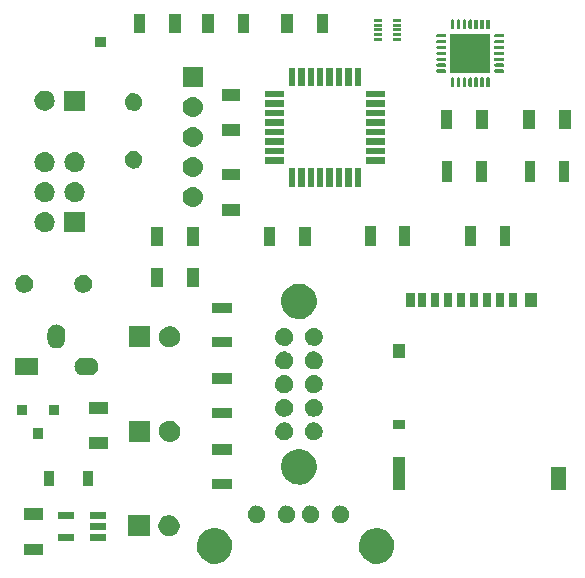
<source format=gts>
G04 #@! TF.FileFunction,Soldermask,Top*
%FSLAX46Y46*%
G04 Gerber Fmt 4.6, Leading zero omitted, Abs format (unit mm)*
G04 Created by KiCad (PCBNEW 4.0.7) date Sat Jan 27 20:56:11 2018*
%MOMM*%
%LPD*%
G01*
G04 APERTURE LIST*
%ADD10C,0.100000*%
G04 APERTURE END LIST*
D10*
G36*
X112007551Y-107700997D02*
X112295710Y-107760148D01*
X112566888Y-107874140D01*
X112810766Y-108038638D01*
X113018042Y-108247366D01*
X113180834Y-108492387D01*
X113292928Y-108764350D01*
X113349999Y-109052574D01*
X113349999Y-109052588D01*
X113350064Y-109052917D01*
X113345373Y-109388910D01*
X113345297Y-109389244D01*
X113345297Y-109389255D01*
X113280203Y-109675764D01*
X113160554Y-109944500D01*
X112990992Y-110184872D01*
X112777959Y-110387740D01*
X112529591Y-110545358D01*
X112255332Y-110651738D01*
X111965638Y-110702818D01*
X111671537Y-110696658D01*
X111384229Y-110633489D01*
X111114672Y-110515722D01*
X110873112Y-110347834D01*
X110668768Y-110136230D01*
X110509419Y-109888968D01*
X110401129Y-109615459D01*
X110348025Y-109326121D01*
X110352133Y-109031986D01*
X110413293Y-108744252D01*
X110529178Y-108473872D01*
X110695372Y-108231152D01*
X110905547Y-108025333D01*
X111151692Y-107864260D01*
X111424438Y-107754063D01*
X111713390Y-107698943D01*
X112007551Y-107700997D01*
X112007551Y-107700997D01*
G37*
G36*
X125727551Y-107700997D02*
X126015710Y-107760148D01*
X126286888Y-107874140D01*
X126530766Y-108038638D01*
X126738042Y-108247366D01*
X126900834Y-108492387D01*
X127012928Y-108764350D01*
X127069999Y-109052574D01*
X127069999Y-109052588D01*
X127070064Y-109052917D01*
X127065373Y-109388910D01*
X127065297Y-109389244D01*
X127065297Y-109389255D01*
X127000203Y-109675764D01*
X126880554Y-109944500D01*
X126710992Y-110184872D01*
X126497959Y-110387740D01*
X126249591Y-110545358D01*
X125975332Y-110651738D01*
X125685638Y-110702818D01*
X125391537Y-110696658D01*
X125104229Y-110633489D01*
X124834672Y-110515722D01*
X124593112Y-110347834D01*
X124388768Y-110136230D01*
X124229419Y-109888968D01*
X124121129Y-109615459D01*
X124068025Y-109326121D01*
X124072133Y-109031986D01*
X124133293Y-108744252D01*
X124249178Y-108473872D01*
X124415372Y-108231152D01*
X124625547Y-108025333D01*
X124871692Y-107864260D01*
X125144438Y-107754063D01*
X125433390Y-107698943D01*
X125727551Y-107700997D01*
X125727551Y-107700997D01*
G37*
G36*
X97300000Y-110000000D02*
X95700000Y-110000000D01*
X95700000Y-109000000D01*
X97300000Y-109000000D01*
X97300000Y-110000000D01*
X97300000Y-110000000D01*
G37*
G36*
X102660000Y-108779200D02*
X101339200Y-108779200D01*
X101339200Y-108220400D01*
X102660000Y-108220400D01*
X102660000Y-108779200D01*
X102660000Y-108779200D01*
G37*
G36*
X99916800Y-108779200D02*
X98596000Y-108779200D01*
X98596000Y-108220400D01*
X99916800Y-108220400D01*
X99916800Y-108779200D01*
X99916800Y-108779200D01*
G37*
G36*
X108094531Y-106600597D02*
X108267427Y-106636088D01*
X108430132Y-106704483D01*
X108576458Y-106803180D01*
X108700828Y-106928422D01*
X108798502Y-107075433D01*
X108865757Y-107238608D01*
X108899973Y-107411407D01*
X108899973Y-107411416D01*
X108900039Y-107411750D01*
X108897224Y-107613346D01*
X108897148Y-107613680D01*
X108897148Y-107613691D01*
X108858123Y-107785459D01*
X108786334Y-107946699D01*
X108684592Y-108090927D01*
X108556778Y-108212644D01*
X108407755Y-108307216D01*
X108243199Y-108371043D01*
X108069383Y-108401692D01*
X107892923Y-108397996D01*
X107720536Y-108360094D01*
X107558800Y-108289433D01*
X107413869Y-108188703D01*
X107291260Y-108061738D01*
X107195651Y-107913382D01*
X107130676Y-107749277D01*
X107098814Y-107575672D01*
X107101279Y-107399191D01*
X107137974Y-107226552D01*
X107207506Y-107064322D01*
X107307222Y-106918691D01*
X107433328Y-106795198D01*
X107581015Y-106698555D01*
X107744663Y-106632437D01*
X107918032Y-106599365D01*
X108094531Y-106600597D01*
X108094531Y-106600597D01*
G37*
G36*
X106360000Y-108400000D02*
X104560000Y-108400000D01*
X104560000Y-106600000D01*
X106360000Y-106600000D01*
X106360000Y-108400000D01*
X106360000Y-108400000D01*
G37*
G36*
X102660000Y-107839400D02*
X101339200Y-107839400D01*
X101339200Y-107280600D01*
X102660000Y-107280600D01*
X102660000Y-107839400D01*
X102660000Y-107839400D01*
G37*
G36*
X115488775Y-105780498D02*
X115632856Y-105810073D01*
X115768444Y-105867069D01*
X115890382Y-105949317D01*
X115994023Y-106053685D01*
X116075419Y-106176194D01*
X116131464Y-106312173D01*
X116159966Y-106456115D01*
X116159966Y-106456125D01*
X116160032Y-106456459D01*
X116157686Y-106624455D01*
X116157610Y-106624789D01*
X116157610Y-106624801D01*
X116125104Y-106767881D01*
X116065279Y-106902250D01*
X115980496Y-107022437D01*
X115873978Y-107123872D01*
X115749796Y-107202680D01*
X115612666Y-107255869D01*
X115467819Y-107281410D01*
X115320769Y-107278330D01*
X115177111Y-107246745D01*
X115042338Y-107187864D01*
X114921554Y-107103917D01*
X114819383Y-106998115D01*
X114739709Y-106874486D01*
X114685564Y-106737731D01*
X114659012Y-106593059D01*
X114661066Y-106445992D01*
X114691645Y-106302127D01*
X114749587Y-106166937D01*
X114832687Y-106045574D01*
X114937773Y-105942665D01*
X115060844Y-105862130D01*
X115197221Y-105807030D01*
X115341693Y-105779470D01*
X115488775Y-105780498D01*
X115488775Y-105780498D01*
G37*
G36*
X118028775Y-105780498D02*
X118172856Y-105810073D01*
X118308444Y-105867069D01*
X118430382Y-105949317D01*
X118534023Y-106053685D01*
X118615419Y-106176194D01*
X118671464Y-106312173D01*
X118699966Y-106456115D01*
X118699966Y-106456125D01*
X118700032Y-106456459D01*
X118697686Y-106624455D01*
X118697610Y-106624789D01*
X118697610Y-106624801D01*
X118665104Y-106767881D01*
X118605279Y-106902250D01*
X118520496Y-107022437D01*
X118413978Y-107123872D01*
X118289796Y-107202680D01*
X118152666Y-107255869D01*
X118007819Y-107281410D01*
X117860769Y-107278330D01*
X117717111Y-107246745D01*
X117582338Y-107187864D01*
X117461554Y-107103917D01*
X117359383Y-106998115D01*
X117279709Y-106874486D01*
X117225564Y-106737731D01*
X117199012Y-106593059D01*
X117201066Y-106445992D01*
X117231645Y-106302127D01*
X117289587Y-106166937D01*
X117372687Y-106045574D01*
X117477773Y-105942665D01*
X117600844Y-105862130D01*
X117737221Y-105807030D01*
X117881693Y-105779470D01*
X118028775Y-105780498D01*
X118028775Y-105780498D01*
G37*
G36*
X120058775Y-105780498D02*
X120202856Y-105810073D01*
X120338444Y-105867069D01*
X120460382Y-105949317D01*
X120564023Y-106053685D01*
X120645419Y-106176194D01*
X120701464Y-106312173D01*
X120729966Y-106456115D01*
X120729966Y-106456125D01*
X120730032Y-106456459D01*
X120727686Y-106624455D01*
X120727610Y-106624789D01*
X120727610Y-106624801D01*
X120695104Y-106767881D01*
X120635279Y-106902250D01*
X120550496Y-107022437D01*
X120443978Y-107123872D01*
X120319796Y-107202680D01*
X120182666Y-107255869D01*
X120037819Y-107281410D01*
X119890769Y-107278330D01*
X119747111Y-107246745D01*
X119612338Y-107187864D01*
X119491554Y-107103917D01*
X119389383Y-106998115D01*
X119309709Y-106874486D01*
X119255564Y-106737731D01*
X119229012Y-106593059D01*
X119231066Y-106445992D01*
X119261645Y-106302127D01*
X119319587Y-106166937D01*
X119402687Y-106045574D01*
X119507773Y-105942665D01*
X119630844Y-105862130D01*
X119767221Y-105807030D01*
X119911693Y-105779470D01*
X120058775Y-105780498D01*
X120058775Y-105780498D01*
G37*
G36*
X122598775Y-105780498D02*
X122742856Y-105810073D01*
X122878444Y-105867069D01*
X123000382Y-105949317D01*
X123104023Y-106053685D01*
X123185419Y-106176194D01*
X123241464Y-106312173D01*
X123269966Y-106456115D01*
X123269966Y-106456125D01*
X123270032Y-106456459D01*
X123267686Y-106624455D01*
X123267610Y-106624789D01*
X123267610Y-106624801D01*
X123235104Y-106767881D01*
X123175279Y-106902250D01*
X123090496Y-107022437D01*
X122983978Y-107123872D01*
X122859796Y-107202680D01*
X122722666Y-107255869D01*
X122577819Y-107281410D01*
X122430769Y-107278330D01*
X122287111Y-107246745D01*
X122152338Y-107187864D01*
X122031554Y-107103917D01*
X121929383Y-106998115D01*
X121849709Y-106874486D01*
X121795564Y-106737731D01*
X121769012Y-106593059D01*
X121771066Y-106445992D01*
X121801645Y-106302127D01*
X121859587Y-106166937D01*
X121942687Y-106045574D01*
X122047773Y-105942665D01*
X122170844Y-105862130D01*
X122307221Y-105807030D01*
X122451693Y-105779470D01*
X122598775Y-105780498D01*
X122598775Y-105780498D01*
G37*
G36*
X97300000Y-107000000D02*
X95700000Y-107000000D01*
X95700000Y-106000000D01*
X97300000Y-106000000D01*
X97300000Y-107000000D01*
X97300000Y-107000000D01*
G37*
G36*
X99916800Y-106899600D02*
X98596000Y-106899600D01*
X98596000Y-106340800D01*
X99916800Y-106340800D01*
X99916800Y-106899600D01*
X99916800Y-106899600D01*
G37*
G36*
X102660000Y-106899600D02*
X101339200Y-106899600D01*
X101339200Y-106340800D01*
X102660000Y-106340800D01*
X102660000Y-106899600D01*
X102660000Y-106899600D01*
G37*
G36*
X128000000Y-104450000D02*
X127000000Y-104450000D01*
X127000000Y-101650000D01*
X128000000Y-101650000D01*
X128000000Y-104450000D01*
X128000000Y-104450000D01*
G37*
G36*
X141650000Y-104450000D02*
X140350000Y-104450000D01*
X140350000Y-102550000D01*
X141650000Y-102550000D01*
X141650000Y-104450000D01*
X141650000Y-104450000D01*
G37*
G36*
X113350000Y-104400000D02*
X111650000Y-104400000D01*
X111650000Y-103500000D01*
X113350000Y-103500000D01*
X113350000Y-104400000D01*
X113350000Y-104400000D01*
G37*
G36*
X98300000Y-104100000D02*
X97400000Y-104100000D01*
X97400000Y-102900000D01*
X98300000Y-102900000D01*
X98300000Y-104100000D01*
X98300000Y-104100000D01*
G37*
G36*
X101600000Y-104100000D02*
X100700000Y-104100000D01*
X100700000Y-102900000D01*
X101600000Y-102900000D01*
X101600000Y-104100000D01*
X101600000Y-104100000D01*
G37*
G36*
X119157551Y-101000997D02*
X119445710Y-101060148D01*
X119716888Y-101174140D01*
X119960766Y-101338638D01*
X120168042Y-101547366D01*
X120330834Y-101792387D01*
X120442928Y-102064350D01*
X120499999Y-102352574D01*
X120499999Y-102352588D01*
X120500064Y-102352917D01*
X120495373Y-102688910D01*
X120495297Y-102689244D01*
X120495297Y-102689255D01*
X120430203Y-102975764D01*
X120310554Y-103244500D01*
X120140992Y-103484872D01*
X119927959Y-103687740D01*
X119679591Y-103845358D01*
X119405332Y-103951738D01*
X119115638Y-104002818D01*
X118821537Y-103996658D01*
X118534229Y-103933489D01*
X118264672Y-103815722D01*
X118023112Y-103647834D01*
X117818768Y-103436230D01*
X117659419Y-103188968D01*
X117551129Y-102915459D01*
X117498025Y-102626121D01*
X117502133Y-102331986D01*
X117563293Y-102044252D01*
X117679178Y-101773872D01*
X117845372Y-101531152D01*
X118055547Y-101325333D01*
X118301692Y-101164260D01*
X118574438Y-101054063D01*
X118863390Y-100998943D01*
X119157551Y-101000997D01*
X119157551Y-101000997D01*
G37*
G36*
X113350000Y-101500000D02*
X111650000Y-101500000D01*
X111650000Y-100600000D01*
X113350000Y-100600000D01*
X113350000Y-101500000D01*
X113350000Y-101500000D01*
G37*
G36*
X102800000Y-101000000D02*
X101200000Y-101000000D01*
X101200000Y-100000000D01*
X102800000Y-100000000D01*
X102800000Y-101000000D01*
X102800000Y-101000000D01*
G37*
G36*
X108134531Y-98600597D02*
X108307427Y-98636088D01*
X108470132Y-98704483D01*
X108616458Y-98803180D01*
X108740828Y-98928422D01*
X108838502Y-99075433D01*
X108905757Y-99238608D01*
X108939973Y-99411407D01*
X108939973Y-99411416D01*
X108940039Y-99411750D01*
X108937224Y-99613346D01*
X108937148Y-99613680D01*
X108937148Y-99613691D01*
X108898123Y-99785459D01*
X108826334Y-99946699D01*
X108724592Y-100090927D01*
X108596778Y-100212644D01*
X108447755Y-100307216D01*
X108283199Y-100371043D01*
X108109383Y-100401692D01*
X107932923Y-100397996D01*
X107760536Y-100360094D01*
X107598800Y-100289433D01*
X107453869Y-100188703D01*
X107331260Y-100061738D01*
X107235651Y-99913382D01*
X107170676Y-99749277D01*
X107138814Y-99575672D01*
X107141279Y-99399191D01*
X107177974Y-99226552D01*
X107247506Y-99064322D01*
X107347222Y-98918691D01*
X107473328Y-98795198D01*
X107621015Y-98698555D01*
X107784663Y-98632437D01*
X107958032Y-98599365D01*
X108134531Y-98600597D01*
X108134531Y-98600597D01*
G37*
G36*
X106400000Y-100400000D02*
X104600000Y-100400000D01*
X104600000Y-98600000D01*
X106400000Y-98600000D01*
X106400000Y-100400000D01*
X106400000Y-100400000D01*
G37*
G36*
X117830036Y-98738506D02*
X117976422Y-98768555D01*
X118114179Y-98826462D01*
X118238068Y-98910026D01*
X118343368Y-99016064D01*
X118426066Y-99140534D01*
X118483008Y-99278688D01*
X118511967Y-99424938D01*
X118511967Y-99424948D01*
X118512033Y-99425282D01*
X118509649Y-99595966D01*
X118509573Y-99596300D01*
X118509573Y-99596311D01*
X118476544Y-99741688D01*
X118415763Y-99878205D01*
X118329624Y-100000316D01*
X118221402Y-100103374D01*
X118095233Y-100183443D01*
X117955908Y-100237484D01*
X117808745Y-100263432D01*
X117659342Y-100260303D01*
X117513387Y-100228213D01*
X117376450Y-100168386D01*
X117253742Y-100083102D01*
X117149935Y-99975606D01*
X117068983Y-99849995D01*
X117013973Y-99711055D01*
X116986996Y-99564068D01*
X116989083Y-99414648D01*
X117020151Y-99268481D01*
X117079022Y-99131126D01*
X117163448Y-99007825D01*
X117270218Y-98903268D01*
X117395259Y-98821443D01*
X117533814Y-98765463D01*
X117680600Y-98737462D01*
X117830036Y-98738506D01*
X117830036Y-98738506D01*
G37*
G36*
X120330036Y-98738506D02*
X120476422Y-98768555D01*
X120614179Y-98826462D01*
X120738068Y-98910026D01*
X120843368Y-99016064D01*
X120926066Y-99140534D01*
X120983008Y-99278688D01*
X121011967Y-99424938D01*
X121011967Y-99424948D01*
X121012033Y-99425282D01*
X121009649Y-99595966D01*
X121009573Y-99596300D01*
X121009573Y-99596311D01*
X120976544Y-99741688D01*
X120915763Y-99878205D01*
X120829624Y-100000316D01*
X120721402Y-100103374D01*
X120595233Y-100183443D01*
X120455908Y-100237484D01*
X120308745Y-100263432D01*
X120159342Y-100260303D01*
X120013387Y-100228213D01*
X119876450Y-100168386D01*
X119753742Y-100083102D01*
X119649935Y-99975606D01*
X119568983Y-99849995D01*
X119513973Y-99711055D01*
X119486996Y-99564068D01*
X119489083Y-99414648D01*
X119520151Y-99268481D01*
X119579022Y-99131126D01*
X119663448Y-99007825D01*
X119770218Y-98903268D01*
X119895259Y-98821443D01*
X120033814Y-98765463D01*
X120180600Y-98737462D01*
X120330036Y-98738506D01*
X120330036Y-98738506D01*
G37*
G36*
X97300000Y-100150000D02*
X96500000Y-100150000D01*
X96500000Y-99250000D01*
X97300000Y-99250000D01*
X97300000Y-100150000D01*
X97300000Y-100150000D01*
G37*
G36*
X128000000Y-99300000D02*
X127000000Y-99300000D01*
X127000000Y-98500000D01*
X128000000Y-98500000D01*
X128000000Y-99300000D01*
X128000000Y-99300000D01*
G37*
G36*
X113350000Y-98400000D02*
X111650000Y-98400000D01*
X111650000Y-97500000D01*
X113350000Y-97500000D01*
X113350000Y-98400000D01*
X113350000Y-98400000D01*
G37*
G36*
X117830036Y-96738506D02*
X117976422Y-96768555D01*
X118114179Y-96826462D01*
X118238068Y-96910026D01*
X118343368Y-97016064D01*
X118426066Y-97140534D01*
X118483008Y-97278688D01*
X118511967Y-97424938D01*
X118511967Y-97424948D01*
X118512033Y-97425282D01*
X118509649Y-97595966D01*
X118509573Y-97596300D01*
X118509573Y-97596311D01*
X118476544Y-97741688D01*
X118415763Y-97878205D01*
X118329624Y-98000316D01*
X118221402Y-98103374D01*
X118095233Y-98183443D01*
X117955908Y-98237484D01*
X117808745Y-98263432D01*
X117659342Y-98260303D01*
X117513387Y-98228213D01*
X117376450Y-98168386D01*
X117253742Y-98083102D01*
X117149935Y-97975606D01*
X117068983Y-97849995D01*
X117013973Y-97711055D01*
X116986996Y-97564068D01*
X116989083Y-97414648D01*
X117020151Y-97268481D01*
X117079022Y-97131126D01*
X117163448Y-97007825D01*
X117270218Y-96903268D01*
X117395259Y-96821443D01*
X117533814Y-96765463D01*
X117680600Y-96737462D01*
X117830036Y-96738506D01*
X117830036Y-96738506D01*
G37*
G36*
X120330036Y-96738506D02*
X120476422Y-96768555D01*
X120614179Y-96826462D01*
X120738068Y-96910026D01*
X120843368Y-97016064D01*
X120926066Y-97140534D01*
X120983008Y-97278688D01*
X121011967Y-97424938D01*
X121011967Y-97424948D01*
X121012033Y-97425282D01*
X121009649Y-97595966D01*
X121009573Y-97596300D01*
X121009573Y-97596311D01*
X120976544Y-97741688D01*
X120915763Y-97878205D01*
X120829624Y-98000316D01*
X120721402Y-98103374D01*
X120595233Y-98183443D01*
X120455908Y-98237484D01*
X120308745Y-98263432D01*
X120159342Y-98260303D01*
X120013387Y-98228213D01*
X119876450Y-98168386D01*
X119753742Y-98083102D01*
X119649935Y-97975606D01*
X119568983Y-97849995D01*
X119513973Y-97711055D01*
X119486996Y-97564068D01*
X119489083Y-97414648D01*
X119520151Y-97268481D01*
X119579022Y-97131126D01*
X119663448Y-97007825D01*
X119770218Y-96903268D01*
X119895259Y-96821443D01*
X120033814Y-96765463D01*
X120180600Y-96737462D01*
X120330036Y-96738506D01*
X120330036Y-96738506D01*
G37*
G36*
X98650000Y-98150000D02*
X97850000Y-98150000D01*
X97850000Y-97250000D01*
X98650000Y-97250000D01*
X98650000Y-98150000D01*
X98650000Y-98150000D01*
G37*
G36*
X95950000Y-98150000D02*
X95150000Y-98150000D01*
X95150000Y-97250000D01*
X95950000Y-97250000D01*
X95950000Y-98150000D01*
X95950000Y-98150000D01*
G37*
G36*
X102800000Y-98000000D02*
X101200000Y-98000000D01*
X101200000Y-97000000D01*
X102800000Y-97000000D01*
X102800000Y-98000000D01*
X102800000Y-98000000D01*
G37*
G36*
X117830036Y-94738506D02*
X117976422Y-94768555D01*
X118114179Y-94826462D01*
X118238068Y-94910026D01*
X118343368Y-95016064D01*
X118426066Y-95140534D01*
X118483008Y-95278688D01*
X118511967Y-95424938D01*
X118511967Y-95424948D01*
X118512033Y-95425282D01*
X118509649Y-95595966D01*
X118509573Y-95596300D01*
X118509573Y-95596311D01*
X118476544Y-95741688D01*
X118415763Y-95878205D01*
X118329624Y-96000316D01*
X118221402Y-96103374D01*
X118095233Y-96183443D01*
X117955908Y-96237484D01*
X117808745Y-96263432D01*
X117659342Y-96260303D01*
X117513387Y-96228213D01*
X117376450Y-96168386D01*
X117253742Y-96083102D01*
X117149935Y-95975606D01*
X117068983Y-95849995D01*
X117013973Y-95711055D01*
X116986996Y-95564068D01*
X116989083Y-95414648D01*
X117020151Y-95268481D01*
X117079022Y-95131126D01*
X117163448Y-95007825D01*
X117270218Y-94903268D01*
X117395259Y-94821443D01*
X117533814Y-94765463D01*
X117680600Y-94737462D01*
X117830036Y-94738506D01*
X117830036Y-94738506D01*
G37*
G36*
X120330036Y-94738506D02*
X120476422Y-94768555D01*
X120614179Y-94826462D01*
X120738068Y-94910026D01*
X120843368Y-95016064D01*
X120926066Y-95140534D01*
X120983008Y-95278688D01*
X121011967Y-95424938D01*
X121011967Y-95424948D01*
X121012033Y-95425282D01*
X121009649Y-95595966D01*
X121009573Y-95596300D01*
X121009573Y-95596311D01*
X120976544Y-95741688D01*
X120915763Y-95878205D01*
X120829624Y-96000316D01*
X120721402Y-96103374D01*
X120595233Y-96183443D01*
X120455908Y-96237484D01*
X120308745Y-96263432D01*
X120159342Y-96260303D01*
X120013387Y-96228213D01*
X119876450Y-96168386D01*
X119753742Y-96083102D01*
X119649935Y-95975606D01*
X119568983Y-95849995D01*
X119513973Y-95711055D01*
X119486996Y-95564068D01*
X119489083Y-95414648D01*
X119520151Y-95268481D01*
X119579022Y-95131126D01*
X119663448Y-95007825D01*
X119770218Y-94903268D01*
X119895259Y-94821443D01*
X120033814Y-94765463D01*
X120180600Y-94737462D01*
X120330036Y-94738506D01*
X120330036Y-94738506D01*
G37*
G36*
X113350000Y-95500000D02*
X111650000Y-95500000D01*
X111650000Y-94600000D01*
X113350000Y-94600000D01*
X113350000Y-95500000D01*
X113350000Y-95500000D01*
G37*
G36*
X101260852Y-93250042D02*
X101265311Y-93250073D01*
X101410773Y-93266389D01*
X101550295Y-93310648D01*
X101678564Y-93381165D01*
X101790694Y-93475252D01*
X101882412Y-93589328D01*
X101950227Y-93719045D01*
X101991554Y-93859464D01*
X101991557Y-93859493D01*
X101991562Y-93859511D01*
X102004824Y-94005233D01*
X101989527Y-94150760D01*
X101989524Y-94150770D01*
X101989520Y-94150808D01*
X101946236Y-94290637D01*
X101876617Y-94419395D01*
X101783315Y-94532178D01*
X101669883Y-94624691D01*
X101540642Y-94693410D01*
X101400515Y-94735716D01*
X101254839Y-94750000D01*
X100745125Y-94750000D01*
X100739148Y-94749958D01*
X100734689Y-94749927D01*
X100589227Y-94733611D01*
X100449705Y-94689352D01*
X100321436Y-94618835D01*
X100209306Y-94524748D01*
X100117588Y-94410672D01*
X100049773Y-94280955D01*
X100008446Y-94140536D01*
X100008443Y-94140507D01*
X100008438Y-94140489D01*
X99995176Y-93994767D01*
X100010473Y-93849240D01*
X100010476Y-93849230D01*
X100010480Y-93849192D01*
X100053764Y-93709363D01*
X100123383Y-93580605D01*
X100216685Y-93467822D01*
X100330117Y-93375309D01*
X100459358Y-93306590D01*
X100599485Y-93264284D01*
X100745161Y-93250000D01*
X101254875Y-93250000D01*
X101260852Y-93250042D01*
X101260852Y-93250042D01*
G37*
G36*
X96920000Y-94750000D02*
X94920000Y-94750000D01*
X94920000Y-93250000D01*
X96920000Y-93250000D01*
X96920000Y-94750000D01*
X96920000Y-94750000D01*
G37*
G36*
X120330036Y-92738506D02*
X120476422Y-92768555D01*
X120614179Y-92826462D01*
X120738068Y-92910026D01*
X120843368Y-93016064D01*
X120926066Y-93140534D01*
X120983008Y-93278688D01*
X121011967Y-93424938D01*
X121011967Y-93424948D01*
X121012033Y-93425282D01*
X121009649Y-93595966D01*
X121009573Y-93596300D01*
X121009573Y-93596311D01*
X120976544Y-93741688D01*
X120915763Y-93878205D01*
X120829624Y-94000316D01*
X120721402Y-94103374D01*
X120595233Y-94183443D01*
X120455908Y-94237484D01*
X120308745Y-94263432D01*
X120159342Y-94260303D01*
X120013387Y-94228213D01*
X119876450Y-94168386D01*
X119753742Y-94083102D01*
X119649935Y-93975606D01*
X119568983Y-93849995D01*
X119513973Y-93711055D01*
X119486996Y-93564068D01*
X119489083Y-93414648D01*
X119520151Y-93268481D01*
X119579022Y-93131126D01*
X119663448Y-93007825D01*
X119770218Y-92903268D01*
X119895259Y-92821443D01*
X120033814Y-92765463D01*
X120180600Y-92737462D01*
X120330036Y-92738506D01*
X120330036Y-92738506D01*
G37*
G36*
X117830036Y-92738506D02*
X117976422Y-92768555D01*
X118114179Y-92826462D01*
X118238068Y-92910026D01*
X118343368Y-93016064D01*
X118426066Y-93140534D01*
X118483008Y-93278688D01*
X118511967Y-93424938D01*
X118511967Y-93424948D01*
X118512033Y-93425282D01*
X118509649Y-93595966D01*
X118509573Y-93596300D01*
X118509573Y-93596311D01*
X118476544Y-93741688D01*
X118415763Y-93878205D01*
X118329624Y-94000316D01*
X118221402Y-94103374D01*
X118095233Y-94183443D01*
X117955908Y-94237484D01*
X117808745Y-94263432D01*
X117659342Y-94260303D01*
X117513387Y-94228213D01*
X117376450Y-94168386D01*
X117253742Y-94083102D01*
X117149935Y-93975606D01*
X117068983Y-93849995D01*
X117013973Y-93711055D01*
X116986996Y-93564068D01*
X116989083Y-93414648D01*
X117020151Y-93268481D01*
X117079022Y-93131126D01*
X117163448Y-93007825D01*
X117270218Y-92903268D01*
X117395259Y-92821443D01*
X117533814Y-92765463D01*
X117680600Y-92737462D01*
X117830036Y-92738506D01*
X117830036Y-92738506D01*
G37*
G36*
X128000000Y-93300000D02*
X127000000Y-93300000D01*
X127000000Y-92100000D01*
X128000000Y-92100000D01*
X128000000Y-93300000D01*
X128000000Y-93300000D01*
G37*
G36*
X98610760Y-90470473D02*
X98610770Y-90470476D01*
X98610808Y-90470480D01*
X98750637Y-90513764D01*
X98879395Y-90583383D01*
X98992178Y-90676685D01*
X99084691Y-90790117D01*
X99153410Y-90919358D01*
X99195716Y-91059485D01*
X99210000Y-91205161D01*
X99210000Y-91714839D01*
X99209927Y-91725311D01*
X99193611Y-91870773D01*
X99149352Y-92010295D01*
X99078835Y-92138564D01*
X98984748Y-92250694D01*
X98870672Y-92342412D01*
X98740955Y-92410227D01*
X98600536Y-92451554D01*
X98600507Y-92451557D01*
X98600489Y-92451562D01*
X98454767Y-92464824D01*
X98309240Y-92449527D01*
X98309230Y-92449524D01*
X98309192Y-92449520D01*
X98169363Y-92406236D01*
X98040605Y-92336617D01*
X97927822Y-92243315D01*
X97835309Y-92129883D01*
X97766590Y-92000642D01*
X97724284Y-91860515D01*
X97710000Y-91714839D01*
X97710000Y-91205161D01*
X97710073Y-91194689D01*
X97726389Y-91049227D01*
X97770648Y-90909705D01*
X97841165Y-90781436D01*
X97935252Y-90669306D01*
X98049328Y-90577588D01*
X98179045Y-90509773D01*
X98319464Y-90468446D01*
X98319493Y-90468443D01*
X98319511Y-90468438D01*
X98465233Y-90455176D01*
X98610760Y-90470473D01*
X98610760Y-90470473D01*
G37*
G36*
X108134531Y-90600597D02*
X108307427Y-90636088D01*
X108470132Y-90704483D01*
X108616458Y-90803180D01*
X108740828Y-90928422D01*
X108838502Y-91075433D01*
X108905757Y-91238608D01*
X108939973Y-91411407D01*
X108939973Y-91411416D01*
X108940039Y-91411750D01*
X108937224Y-91613346D01*
X108937148Y-91613680D01*
X108937148Y-91613691D01*
X108898123Y-91785459D01*
X108826334Y-91946699D01*
X108724592Y-92090927D01*
X108596778Y-92212644D01*
X108447755Y-92307216D01*
X108283199Y-92371043D01*
X108109383Y-92401692D01*
X107932923Y-92397996D01*
X107760536Y-92360094D01*
X107598800Y-92289433D01*
X107453869Y-92188703D01*
X107331260Y-92061738D01*
X107235651Y-91913382D01*
X107170676Y-91749277D01*
X107138814Y-91575672D01*
X107141279Y-91399191D01*
X107177974Y-91226552D01*
X107247506Y-91064322D01*
X107347222Y-90918691D01*
X107473328Y-90795198D01*
X107621015Y-90698555D01*
X107784663Y-90632437D01*
X107958032Y-90599365D01*
X108134531Y-90600597D01*
X108134531Y-90600597D01*
G37*
G36*
X113350000Y-92400000D02*
X111650000Y-92400000D01*
X111650000Y-91500000D01*
X113350000Y-91500000D01*
X113350000Y-92400000D01*
X113350000Y-92400000D01*
G37*
G36*
X106400000Y-92400000D02*
X104600000Y-92400000D01*
X104600000Y-90600000D01*
X106400000Y-90600000D01*
X106400000Y-92400000D01*
X106400000Y-92400000D01*
G37*
G36*
X117830036Y-90738506D02*
X117976422Y-90768555D01*
X118114179Y-90826462D01*
X118238068Y-90910026D01*
X118343368Y-91016064D01*
X118426066Y-91140534D01*
X118483008Y-91278688D01*
X118511967Y-91424938D01*
X118511967Y-91424948D01*
X118512033Y-91425282D01*
X118509649Y-91595966D01*
X118509573Y-91596300D01*
X118509573Y-91596311D01*
X118476544Y-91741688D01*
X118415763Y-91878205D01*
X118329624Y-92000316D01*
X118221402Y-92103374D01*
X118095233Y-92183443D01*
X117955908Y-92237484D01*
X117808745Y-92263432D01*
X117659342Y-92260303D01*
X117513387Y-92228213D01*
X117376450Y-92168386D01*
X117253742Y-92083102D01*
X117149935Y-91975606D01*
X117068983Y-91849995D01*
X117013973Y-91711055D01*
X116986996Y-91564068D01*
X116989083Y-91414648D01*
X117020151Y-91268481D01*
X117079022Y-91131126D01*
X117163448Y-91007825D01*
X117270218Y-90903268D01*
X117395259Y-90821443D01*
X117533814Y-90765463D01*
X117680600Y-90737462D01*
X117830036Y-90738506D01*
X117830036Y-90738506D01*
G37*
G36*
X120330036Y-90738506D02*
X120476422Y-90768555D01*
X120614179Y-90826462D01*
X120738068Y-90910026D01*
X120843368Y-91016064D01*
X120926066Y-91140534D01*
X120983008Y-91278688D01*
X121011967Y-91424938D01*
X121011967Y-91424948D01*
X121012033Y-91425282D01*
X121009649Y-91595966D01*
X121009573Y-91596300D01*
X121009573Y-91596311D01*
X120976544Y-91741688D01*
X120915763Y-91878205D01*
X120829624Y-92000316D01*
X120721402Y-92103374D01*
X120595233Y-92183443D01*
X120455908Y-92237484D01*
X120308745Y-92263432D01*
X120159342Y-92260303D01*
X120013387Y-92228213D01*
X119876450Y-92168386D01*
X119753742Y-92083102D01*
X119649935Y-91975606D01*
X119568983Y-91849995D01*
X119513973Y-91711055D01*
X119486996Y-91564068D01*
X119489083Y-91414648D01*
X119520151Y-91268481D01*
X119579022Y-91131126D01*
X119663448Y-91007825D01*
X119770218Y-90903268D01*
X119895259Y-90821443D01*
X120033814Y-90765463D01*
X120180600Y-90737462D01*
X120330036Y-90738506D01*
X120330036Y-90738506D01*
G37*
G36*
X119157551Y-87000997D02*
X119445710Y-87060148D01*
X119716888Y-87174140D01*
X119960766Y-87338638D01*
X120168042Y-87547366D01*
X120330834Y-87792387D01*
X120442928Y-88064350D01*
X120499999Y-88352574D01*
X120499999Y-88352588D01*
X120500064Y-88352917D01*
X120495373Y-88688910D01*
X120495297Y-88689244D01*
X120495297Y-88689255D01*
X120430203Y-88975764D01*
X120310554Y-89244500D01*
X120140992Y-89484872D01*
X119927959Y-89687740D01*
X119679591Y-89845358D01*
X119405332Y-89951738D01*
X119115638Y-90002818D01*
X118821537Y-89996658D01*
X118534229Y-89933489D01*
X118264672Y-89815722D01*
X118023112Y-89647834D01*
X117818768Y-89436230D01*
X117659419Y-89188968D01*
X117551129Y-88915459D01*
X117498025Y-88626121D01*
X117502133Y-88331986D01*
X117563293Y-88044252D01*
X117679178Y-87773872D01*
X117845372Y-87531152D01*
X118055547Y-87325333D01*
X118301692Y-87164260D01*
X118574438Y-87054063D01*
X118863390Y-86998943D01*
X119157551Y-87000997D01*
X119157551Y-87000997D01*
G37*
G36*
X113350000Y-89500000D02*
X111650000Y-89500000D01*
X111650000Y-88600000D01*
X113350000Y-88600000D01*
X113350000Y-89500000D01*
X113350000Y-89500000D01*
G37*
G36*
X133050000Y-89000000D02*
X132350000Y-89000000D01*
X132350000Y-87800000D01*
X133050000Y-87800000D01*
X133050000Y-89000000D01*
X133050000Y-89000000D01*
G37*
G36*
X128800000Y-89000000D02*
X128100000Y-89000000D01*
X128100000Y-87800000D01*
X128800000Y-87800000D01*
X128800000Y-89000000D01*
X128800000Y-89000000D01*
G37*
G36*
X130850000Y-89000000D02*
X130150000Y-89000000D01*
X130150000Y-87800000D01*
X130850000Y-87800000D01*
X130850000Y-89000000D01*
X130850000Y-89000000D01*
G37*
G36*
X131950000Y-89000000D02*
X131250000Y-89000000D01*
X131250000Y-87800000D01*
X131950000Y-87800000D01*
X131950000Y-89000000D01*
X131950000Y-89000000D01*
G37*
G36*
X134150000Y-89000000D02*
X133450000Y-89000000D01*
X133450000Y-87800000D01*
X134150000Y-87800000D01*
X134150000Y-89000000D01*
X134150000Y-89000000D01*
G37*
G36*
X135250000Y-89000000D02*
X134550000Y-89000000D01*
X134550000Y-87800000D01*
X135250000Y-87800000D01*
X135250000Y-89000000D01*
X135250000Y-89000000D01*
G37*
G36*
X137450000Y-89000000D02*
X136750000Y-89000000D01*
X136750000Y-87800000D01*
X137450000Y-87800000D01*
X137450000Y-89000000D01*
X137450000Y-89000000D01*
G37*
G36*
X139150000Y-89000000D02*
X138150000Y-89000000D01*
X138150000Y-87800000D01*
X139150000Y-87800000D01*
X139150000Y-89000000D01*
X139150000Y-89000000D01*
G37*
G36*
X136350000Y-89000000D02*
X135650000Y-89000000D01*
X135650000Y-87800000D01*
X136350000Y-87800000D01*
X136350000Y-89000000D01*
X136350000Y-89000000D01*
G37*
G36*
X129750000Y-89000000D02*
X129050000Y-89000000D01*
X129050000Y-87800000D01*
X129750000Y-87800000D01*
X129750000Y-89000000D01*
X129750000Y-89000000D01*
G37*
G36*
X100830036Y-86238506D02*
X100976422Y-86268555D01*
X101114179Y-86326462D01*
X101238068Y-86410026D01*
X101343368Y-86516064D01*
X101426066Y-86640534D01*
X101483008Y-86778688D01*
X101511967Y-86924938D01*
X101511967Y-86924948D01*
X101512033Y-86925282D01*
X101509649Y-87095966D01*
X101509573Y-87096300D01*
X101509573Y-87096311D01*
X101476544Y-87241688D01*
X101415763Y-87378205D01*
X101329624Y-87500316D01*
X101221402Y-87603374D01*
X101095233Y-87683443D01*
X100955908Y-87737484D01*
X100808745Y-87763432D01*
X100659342Y-87760303D01*
X100513387Y-87728213D01*
X100376450Y-87668386D01*
X100253742Y-87583102D01*
X100149935Y-87475606D01*
X100068983Y-87349995D01*
X100013973Y-87211055D01*
X99986996Y-87064068D01*
X99989083Y-86914648D01*
X100020151Y-86768481D01*
X100079022Y-86631126D01*
X100163448Y-86507825D01*
X100270218Y-86403268D01*
X100395259Y-86321443D01*
X100533814Y-86265463D01*
X100680600Y-86237462D01*
X100830036Y-86238506D01*
X100830036Y-86238506D01*
G37*
G36*
X95830036Y-86238506D02*
X95976422Y-86268555D01*
X96114179Y-86326462D01*
X96238068Y-86410026D01*
X96343368Y-86516064D01*
X96426066Y-86640534D01*
X96483008Y-86778688D01*
X96511967Y-86924938D01*
X96511967Y-86924948D01*
X96512033Y-86925282D01*
X96509649Y-87095966D01*
X96509573Y-87096300D01*
X96509573Y-87096311D01*
X96476544Y-87241688D01*
X96415763Y-87378205D01*
X96329624Y-87500316D01*
X96221402Y-87603374D01*
X96095233Y-87683443D01*
X95955908Y-87737484D01*
X95808745Y-87763432D01*
X95659342Y-87760303D01*
X95513387Y-87728213D01*
X95376450Y-87668386D01*
X95253742Y-87583102D01*
X95149935Y-87475606D01*
X95068983Y-87349995D01*
X95013973Y-87211055D01*
X94986996Y-87064068D01*
X94989083Y-86914648D01*
X95020151Y-86768481D01*
X95079022Y-86631126D01*
X95163448Y-86507825D01*
X95270218Y-86403268D01*
X95395259Y-86321443D01*
X95533814Y-86265463D01*
X95680600Y-86237462D01*
X95830036Y-86238506D01*
X95830036Y-86238506D01*
G37*
G36*
X110500000Y-87300000D02*
X109500000Y-87300000D01*
X109500000Y-85700000D01*
X110500000Y-85700000D01*
X110500000Y-87300000D01*
X110500000Y-87300000D01*
G37*
G36*
X107500000Y-87300000D02*
X106500000Y-87300000D01*
X106500000Y-85700000D01*
X107500000Y-85700000D01*
X107500000Y-87300000D01*
X107500000Y-87300000D01*
G37*
G36*
X128400000Y-83850000D02*
X127500000Y-83850000D01*
X127500000Y-82150000D01*
X128400000Y-82150000D01*
X128400000Y-83850000D01*
X128400000Y-83850000D01*
G37*
G36*
X134000000Y-83850000D02*
X133100000Y-83850000D01*
X133100000Y-82150000D01*
X134000000Y-82150000D01*
X134000000Y-83850000D01*
X134000000Y-83850000D01*
G37*
G36*
X125500000Y-83850000D02*
X124600000Y-83850000D01*
X124600000Y-82150000D01*
X125500000Y-82150000D01*
X125500000Y-83850000D01*
X125500000Y-83850000D01*
G37*
G36*
X136900000Y-83850000D02*
X136000000Y-83850000D01*
X136000000Y-82150000D01*
X136900000Y-82150000D01*
X136900000Y-83850000D01*
X136900000Y-83850000D01*
G37*
G36*
X120000000Y-83800000D02*
X119000000Y-83800000D01*
X119000000Y-82200000D01*
X120000000Y-82200000D01*
X120000000Y-83800000D01*
X120000000Y-83800000D01*
G37*
G36*
X117000000Y-83800000D02*
X116000000Y-83800000D01*
X116000000Y-82200000D01*
X117000000Y-82200000D01*
X117000000Y-83800000D01*
X117000000Y-83800000D01*
G37*
G36*
X107500000Y-83800000D02*
X106500000Y-83800000D01*
X106500000Y-82200000D01*
X107500000Y-82200000D01*
X107500000Y-83800000D01*
X107500000Y-83800000D01*
G37*
G36*
X110500000Y-83800000D02*
X109500000Y-83800000D01*
X109500000Y-82200000D01*
X110500000Y-82200000D01*
X110500000Y-83800000D01*
X110500000Y-83800000D01*
G37*
G36*
X97470261Y-80940043D02*
X97475981Y-80940083D01*
X97640838Y-80958575D01*
X97798964Y-81008735D01*
X97944335Y-81088654D01*
X98071415Y-81195286D01*
X98175363Y-81324571D01*
X98252219Y-81471584D01*
X98299057Y-81630726D01*
X98299060Y-81630756D01*
X98299065Y-81630774D01*
X98314095Y-81795932D01*
X98296760Y-81960867D01*
X98296756Y-81960881D01*
X98296752Y-81960916D01*
X98247697Y-82119388D01*
X98168795Y-82265314D01*
X98063052Y-82393135D01*
X97934496Y-82497983D01*
X97788023Y-82575864D01*
X97629212Y-82623812D01*
X97464113Y-82640000D01*
X97455852Y-82640000D01*
X97449739Y-82639957D01*
X97444019Y-82639917D01*
X97279162Y-82621425D01*
X97121036Y-82571265D01*
X96975665Y-82491346D01*
X96848585Y-82384714D01*
X96744637Y-82255429D01*
X96667781Y-82108416D01*
X96620943Y-81949274D01*
X96620940Y-81949244D01*
X96620935Y-81949226D01*
X96605905Y-81784068D01*
X96623240Y-81619133D01*
X96623244Y-81619119D01*
X96623248Y-81619084D01*
X96672303Y-81460612D01*
X96751205Y-81314686D01*
X96856948Y-81186865D01*
X96985504Y-81082017D01*
X97131977Y-81004136D01*
X97290788Y-80956188D01*
X97455887Y-80940000D01*
X97464148Y-80940000D01*
X97470261Y-80940043D01*
X97470261Y-80940043D01*
G37*
G36*
X100850000Y-82640000D02*
X99150000Y-82640000D01*
X99150000Y-80940000D01*
X100850000Y-80940000D01*
X100850000Y-82640000D01*
X100850000Y-82640000D01*
G37*
G36*
X114050000Y-81250000D02*
X112450000Y-81250000D01*
X112450000Y-80250000D01*
X114050000Y-80250000D01*
X114050000Y-81250000D01*
X114050000Y-81250000D01*
G37*
G36*
X110010261Y-78810043D02*
X110015981Y-78810083D01*
X110180838Y-78828575D01*
X110338964Y-78878735D01*
X110484335Y-78958654D01*
X110611415Y-79065286D01*
X110715363Y-79194571D01*
X110792219Y-79341584D01*
X110839057Y-79500726D01*
X110839060Y-79500756D01*
X110839065Y-79500774D01*
X110854095Y-79665932D01*
X110836760Y-79830867D01*
X110836756Y-79830881D01*
X110836752Y-79830916D01*
X110787697Y-79989388D01*
X110708795Y-80135314D01*
X110603052Y-80263135D01*
X110474496Y-80367983D01*
X110328023Y-80445864D01*
X110169212Y-80493812D01*
X110004113Y-80510000D01*
X109995852Y-80510000D01*
X109989739Y-80509957D01*
X109984019Y-80509917D01*
X109819162Y-80491425D01*
X109661036Y-80441265D01*
X109515665Y-80361346D01*
X109388585Y-80254714D01*
X109284637Y-80125429D01*
X109207781Y-79978416D01*
X109160943Y-79819274D01*
X109160940Y-79819244D01*
X109160935Y-79819226D01*
X109145905Y-79654068D01*
X109163240Y-79489133D01*
X109163244Y-79489119D01*
X109163248Y-79489084D01*
X109212303Y-79330612D01*
X109291205Y-79184686D01*
X109396948Y-79056865D01*
X109525504Y-78952017D01*
X109671977Y-78874136D01*
X109830788Y-78826188D01*
X109995887Y-78810000D01*
X110004148Y-78810000D01*
X110010261Y-78810043D01*
X110010261Y-78810043D01*
G37*
G36*
X100010261Y-78400043D02*
X100015981Y-78400083D01*
X100180838Y-78418575D01*
X100338964Y-78468735D01*
X100484335Y-78548654D01*
X100611415Y-78655286D01*
X100715363Y-78784571D01*
X100792219Y-78931584D01*
X100839057Y-79090726D01*
X100839060Y-79090756D01*
X100839065Y-79090774D01*
X100854095Y-79255932D01*
X100836760Y-79420867D01*
X100836756Y-79420881D01*
X100836752Y-79420916D01*
X100787697Y-79579388D01*
X100708795Y-79725314D01*
X100603052Y-79853135D01*
X100474496Y-79957983D01*
X100328023Y-80035864D01*
X100169212Y-80083812D01*
X100004113Y-80100000D01*
X99995852Y-80100000D01*
X99989739Y-80099957D01*
X99984019Y-80099917D01*
X99819162Y-80081425D01*
X99661036Y-80031265D01*
X99515665Y-79951346D01*
X99388585Y-79844714D01*
X99284637Y-79715429D01*
X99207781Y-79568416D01*
X99160943Y-79409274D01*
X99160940Y-79409244D01*
X99160935Y-79409226D01*
X99145905Y-79244068D01*
X99163240Y-79079133D01*
X99163244Y-79079119D01*
X99163248Y-79079084D01*
X99212303Y-78920612D01*
X99291205Y-78774686D01*
X99396948Y-78646865D01*
X99525504Y-78542017D01*
X99671977Y-78464136D01*
X99830788Y-78416188D01*
X99995887Y-78400000D01*
X100004148Y-78400000D01*
X100010261Y-78400043D01*
X100010261Y-78400043D01*
G37*
G36*
X97470261Y-78400043D02*
X97475981Y-78400083D01*
X97640838Y-78418575D01*
X97798964Y-78468735D01*
X97944335Y-78548654D01*
X98071415Y-78655286D01*
X98175363Y-78784571D01*
X98252219Y-78931584D01*
X98299057Y-79090726D01*
X98299060Y-79090756D01*
X98299065Y-79090774D01*
X98314095Y-79255932D01*
X98296760Y-79420867D01*
X98296756Y-79420881D01*
X98296752Y-79420916D01*
X98247697Y-79579388D01*
X98168795Y-79725314D01*
X98063052Y-79853135D01*
X97934496Y-79957983D01*
X97788023Y-80035864D01*
X97629212Y-80083812D01*
X97464113Y-80100000D01*
X97455852Y-80100000D01*
X97449739Y-80099957D01*
X97444019Y-80099917D01*
X97279162Y-80081425D01*
X97121036Y-80031265D01*
X96975665Y-79951346D01*
X96848585Y-79844714D01*
X96744637Y-79715429D01*
X96667781Y-79568416D01*
X96620943Y-79409274D01*
X96620940Y-79409244D01*
X96620935Y-79409226D01*
X96605905Y-79244068D01*
X96623240Y-79079133D01*
X96623244Y-79079119D01*
X96623248Y-79079084D01*
X96672303Y-78920612D01*
X96751205Y-78774686D01*
X96856948Y-78646865D01*
X96985504Y-78542017D01*
X97131977Y-78464136D01*
X97290788Y-78416188D01*
X97455887Y-78400000D01*
X97464148Y-78400000D01*
X97470261Y-78400043D01*
X97470261Y-78400043D01*
G37*
G36*
X123475000Y-78800000D02*
X122925000Y-78800000D01*
X122925000Y-77200000D01*
X123475000Y-77200000D01*
X123475000Y-78800000D01*
X123475000Y-78800000D01*
G37*
G36*
X124275000Y-78800000D02*
X123725000Y-78800000D01*
X123725000Y-77200000D01*
X124275000Y-77200000D01*
X124275000Y-78800000D01*
X124275000Y-78800000D01*
G37*
G36*
X122675000Y-78800000D02*
X122125000Y-78800000D01*
X122125000Y-77200000D01*
X122675000Y-77200000D01*
X122675000Y-78800000D01*
X122675000Y-78800000D01*
G37*
G36*
X121875000Y-78800000D02*
X121325000Y-78800000D01*
X121325000Y-77200000D01*
X121875000Y-77200000D01*
X121875000Y-78800000D01*
X121875000Y-78800000D01*
G37*
G36*
X121075000Y-78800000D02*
X120525000Y-78800000D01*
X120525000Y-77200000D01*
X121075000Y-77200000D01*
X121075000Y-78800000D01*
X121075000Y-78800000D01*
G37*
G36*
X120275000Y-78800000D02*
X119725000Y-78800000D01*
X119725000Y-77200000D01*
X120275000Y-77200000D01*
X120275000Y-78800000D01*
X120275000Y-78800000D01*
G37*
G36*
X119475000Y-78800000D02*
X118925000Y-78800000D01*
X118925000Y-77200000D01*
X119475000Y-77200000D01*
X119475000Y-78800000D01*
X119475000Y-78800000D01*
G37*
G36*
X118675000Y-78800000D02*
X118125000Y-78800000D01*
X118125000Y-77200000D01*
X118675000Y-77200000D01*
X118675000Y-78800000D01*
X118675000Y-78800000D01*
G37*
G36*
X132000000Y-78350000D02*
X131100000Y-78350000D01*
X131100000Y-76650000D01*
X132000000Y-76650000D01*
X132000000Y-78350000D01*
X132000000Y-78350000D01*
G37*
G36*
X139000000Y-78350000D02*
X138100000Y-78350000D01*
X138100000Y-76650000D01*
X139000000Y-76650000D01*
X139000000Y-78350000D01*
X139000000Y-78350000D01*
G37*
G36*
X141900000Y-78350000D02*
X141000000Y-78350000D01*
X141000000Y-76650000D01*
X141900000Y-76650000D01*
X141900000Y-78350000D01*
X141900000Y-78350000D01*
G37*
G36*
X134900000Y-78350000D02*
X134000000Y-78350000D01*
X134000000Y-76650000D01*
X134900000Y-76650000D01*
X134900000Y-78350000D01*
X134900000Y-78350000D01*
G37*
G36*
X114050000Y-78250000D02*
X112450000Y-78250000D01*
X112450000Y-77250000D01*
X114050000Y-77250000D01*
X114050000Y-78250000D01*
X114050000Y-78250000D01*
G37*
G36*
X110010261Y-76270043D02*
X110015981Y-76270083D01*
X110180838Y-76288575D01*
X110338964Y-76338735D01*
X110484335Y-76418654D01*
X110611415Y-76525286D01*
X110715363Y-76654571D01*
X110792219Y-76801584D01*
X110839057Y-76960726D01*
X110839060Y-76960756D01*
X110839065Y-76960774D01*
X110854095Y-77125932D01*
X110836760Y-77290867D01*
X110836756Y-77290881D01*
X110836752Y-77290916D01*
X110787697Y-77449388D01*
X110708795Y-77595314D01*
X110603052Y-77723135D01*
X110474496Y-77827983D01*
X110328023Y-77905864D01*
X110169212Y-77953812D01*
X110004113Y-77970000D01*
X109995852Y-77970000D01*
X109989739Y-77969957D01*
X109984019Y-77969917D01*
X109819162Y-77951425D01*
X109661036Y-77901265D01*
X109515665Y-77821346D01*
X109388585Y-77714714D01*
X109284637Y-77585429D01*
X109207781Y-77438416D01*
X109160943Y-77279274D01*
X109160940Y-77279244D01*
X109160935Y-77279226D01*
X109145905Y-77114068D01*
X109163240Y-76949133D01*
X109163244Y-76949119D01*
X109163248Y-76949084D01*
X109212303Y-76790612D01*
X109291205Y-76644686D01*
X109396948Y-76516865D01*
X109525504Y-76412017D01*
X109671977Y-76334136D01*
X109830788Y-76286188D01*
X109995887Y-76270000D01*
X110004148Y-76270000D01*
X110010261Y-76270043D01*
X110010261Y-76270043D01*
G37*
G36*
X100010261Y-75860043D02*
X100015981Y-75860083D01*
X100180838Y-75878575D01*
X100338964Y-75928735D01*
X100484335Y-76008654D01*
X100611415Y-76115286D01*
X100715363Y-76244571D01*
X100792219Y-76391584D01*
X100839057Y-76550726D01*
X100839060Y-76550756D01*
X100839065Y-76550774D01*
X100854095Y-76715932D01*
X100836760Y-76880867D01*
X100836756Y-76880881D01*
X100836752Y-76880916D01*
X100787697Y-77039388D01*
X100708795Y-77185314D01*
X100603052Y-77313135D01*
X100474496Y-77417983D01*
X100328023Y-77495864D01*
X100169212Y-77543812D01*
X100004113Y-77560000D01*
X99995852Y-77560000D01*
X99989739Y-77559957D01*
X99984019Y-77559917D01*
X99819162Y-77541425D01*
X99661036Y-77491265D01*
X99515665Y-77411346D01*
X99388585Y-77304714D01*
X99284637Y-77175429D01*
X99207781Y-77028416D01*
X99160943Y-76869274D01*
X99160940Y-76869244D01*
X99160935Y-76869226D01*
X99145905Y-76704068D01*
X99163240Y-76539133D01*
X99163244Y-76539119D01*
X99163248Y-76539084D01*
X99212303Y-76380612D01*
X99291205Y-76234686D01*
X99396948Y-76106865D01*
X99525504Y-76002017D01*
X99671977Y-75924136D01*
X99830788Y-75876188D01*
X99995887Y-75860000D01*
X100004148Y-75860000D01*
X100010261Y-75860043D01*
X100010261Y-75860043D01*
G37*
G36*
X97470261Y-75860043D02*
X97475981Y-75860083D01*
X97640838Y-75878575D01*
X97798964Y-75928735D01*
X97944335Y-76008654D01*
X98071415Y-76115286D01*
X98175363Y-76244571D01*
X98252219Y-76391584D01*
X98299057Y-76550726D01*
X98299060Y-76550756D01*
X98299065Y-76550774D01*
X98314095Y-76715932D01*
X98296760Y-76880867D01*
X98296756Y-76880881D01*
X98296752Y-76880916D01*
X98247697Y-77039388D01*
X98168795Y-77185314D01*
X98063052Y-77313135D01*
X97934496Y-77417983D01*
X97788023Y-77495864D01*
X97629212Y-77543812D01*
X97464113Y-77560000D01*
X97455852Y-77560000D01*
X97449739Y-77559957D01*
X97444019Y-77559917D01*
X97279162Y-77541425D01*
X97121036Y-77491265D01*
X96975665Y-77411346D01*
X96848585Y-77304714D01*
X96744637Y-77175429D01*
X96667781Y-77028416D01*
X96620943Y-76869274D01*
X96620940Y-76869244D01*
X96620935Y-76869226D01*
X96605905Y-76704068D01*
X96623240Y-76539133D01*
X96623244Y-76539119D01*
X96623248Y-76539084D01*
X96672303Y-76380612D01*
X96751205Y-76234686D01*
X96856948Y-76106865D01*
X96985504Y-76002017D01*
X97131977Y-75924136D01*
X97290788Y-75876188D01*
X97455887Y-75860000D01*
X97464148Y-75860000D01*
X97470261Y-75860043D01*
X97470261Y-75860043D01*
G37*
G36*
X105078775Y-75750498D02*
X105222856Y-75780073D01*
X105358444Y-75837069D01*
X105480382Y-75919317D01*
X105584023Y-76023685D01*
X105665419Y-76146194D01*
X105721464Y-76282173D01*
X105749966Y-76426115D01*
X105749966Y-76426125D01*
X105750032Y-76426459D01*
X105747686Y-76594455D01*
X105747610Y-76594789D01*
X105747610Y-76594801D01*
X105715104Y-76737881D01*
X105655279Y-76872250D01*
X105570496Y-76992437D01*
X105463978Y-77093872D01*
X105339796Y-77172680D01*
X105202666Y-77225869D01*
X105057819Y-77251410D01*
X104910769Y-77248330D01*
X104767111Y-77216745D01*
X104632338Y-77157864D01*
X104511554Y-77073917D01*
X104409383Y-76968115D01*
X104329709Y-76844486D01*
X104275564Y-76707731D01*
X104249012Y-76563059D01*
X104251066Y-76415992D01*
X104281645Y-76272127D01*
X104339587Y-76136937D01*
X104422687Y-76015574D01*
X104527773Y-75912665D01*
X104650844Y-75832130D01*
X104787221Y-75777030D01*
X104931693Y-75749470D01*
X105078775Y-75750498D01*
X105078775Y-75750498D01*
G37*
G36*
X126250000Y-76825000D02*
X124650000Y-76825000D01*
X124650000Y-76275000D01*
X126250000Y-76275000D01*
X126250000Y-76825000D01*
X126250000Y-76825000D01*
G37*
G36*
X117750000Y-76825000D02*
X116150000Y-76825000D01*
X116150000Y-76275000D01*
X117750000Y-76275000D01*
X117750000Y-76825000D01*
X117750000Y-76825000D01*
G37*
G36*
X126250000Y-76025000D02*
X124650000Y-76025000D01*
X124650000Y-75475000D01*
X126250000Y-75475000D01*
X126250000Y-76025000D01*
X126250000Y-76025000D01*
G37*
G36*
X117750000Y-76025000D02*
X116150000Y-76025000D01*
X116150000Y-75475000D01*
X117750000Y-75475000D01*
X117750000Y-76025000D01*
X117750000Y-76025000D01*
G37*
G36*
X110010261Y-73730043D02*
X110015981Y-73730083D01*
X110180838Y-73748575D01*
X110338964Y-73798735D01*
X110484335Y-73878654D01*
X110611415Y-73985286D01*
X110715363Y-74114571D01*
X110792219Y-74261584D01*
X110839057Y-74420726D01*
X110839060Y-74420756D01*
X110839065Y-74420774D01*
X110854095Y-74585932D01*
X110836760Y-74750867D01*
X110836756Y-74750881D01*
X110836752Y-74750916D01*
X110787697Y-74909388D01*
X110708795Y-75055314D01*
X110603052Y-75183135D01*
X110474496Y-75287983D01*
X110328023Y-75365864D01*
X110169212Y-75413812D01*
X110004113Y-75430000D01*
X109995852Y-75430000D01*
X109989739Y-75429957D01*
X109984019Y-75429917D01*
X109819162Y-75411425D01*
X109661036Y-75361265D01*
X109515665Y-75281346D01*
X109388585Y-75174714D01*
X109284637Y-75045429D01*
X109207781Y-74898416D01*
X109160943Y-74739274D01*
X109160940Y-74739244D01*
X109160935Y-74739226D01*
X109145905Y-74574068D01*
X109163240Y-74409133D01*
X109163244Y-74409119D01*
X109163248Y-74409084D01*
X109212303Y-74250612D01*
X109291205Y-74104686D01*
X109396948Y-73976865D01*
X109525504Y-73872017D01*
X109671977Y-73794136D01*
X109830788Y-73746188D01*
X109995887Y-73730000D01*
X110004148Y-73730000D01*
X110010261Y-73730043D01*
X110010261Y-73730043D01*
G37*
G36*
X126250000Y-75225000D02*
X124650000Y-75225000D01*
X124650000Y-74675000D01*
X126250000Y-74675000D01*
X126250000Y-75225000D01*
X126250000Y-75225000D01*
G37*
G36*
X117750000Y-75225000D02*
X116150000Y-75225000D01*
X116150000Y-74675000D01*
X117750000Y-74675000D01*
X117750000Y-75225000D01*
X117750000Y-75225000D01*
G37*
G36*
X114050000Y-74500000D02*
X112450000Y-74500000D01*
X112450000Y-73500000D01*
X114050000Y-73500000D01*
X114050000Y-74500000D01*
X114050000Y-74500000D01*
G37*
G36*
X117750000Y-74425000D02*
X116150000Y-74425000D01*
X116150000Y-73875000D01*
X117750000Y-73875000D01*
X117750000Y-74425000D01*
X117750000Y-74425000D01*
G37*
G36*
X126250000Y-74425000D02*
X124650000Y-74425000D01*
X124650000Y-73875000D01*
X126250000Y-73875000D01*
X126250000Y-74425000D01*
X126250000Y-74425000D01*
G37*
G36*
X132000000Y-73900000D02*
X131000000Y-73900000D01*
X131000000Y-72300000D01*
X132000000Y-72300000D01*
X132000000Y-73900000D01*
X132000000Y-73900000D01*
G37*
G36*
X142000000Y-73900000D02*
X141000000Y-73900000D01*
X141000000Y-72300000D01*
X142000000Y-72300000D01*
X142000000Y-73900000D01*
X142000000Y-73900000D01*
G37*
G36*
X139000000Y-73900000D02*
X138000000Y-73900000D01*
X138000000Y-72300000D01*
X139000000Y-72300000D01*
X139000000Y-73900000D01*
X139000000Y-73900000D01*
G37*
G36*
X135000000Y-73900000D02*
X134000000Y-73900000D01*
X134000000Y-72300000D01*
X135000000Y-72300000D01*
X135000000Y-73900000D01*
X135000000Y-73900000D01*
G37*
G36*
X117750000Y-73625000D02*
X116150000Y-73625000D01*
X116150000Y-73075000D01*
X117750000Y-73075000D01*
X117750000Y-73625000D01*
X117750000Y-73625000D01*
G37*
G36*
X126250000Y-73625000D02*
X124650000Y-73625000D01*
X124650000Y-73075000D01*
X126250000Y-73075000D01*
X126250000Y-73625000D01*
X126250000Y-73625000D01*
G37*
G36*
X110010261Y-71190043D02*
X110015981Y-71190083D01*
X110180838Y-71208575D01*
X110338964Y-71258735D01*
X110484335Y-71338654D01*
X110611415Y-71445286D01*
X110715363Y-71574571D01*
X110792219Y-71721584D01*
X110839057Y-71880726D01*
X110839060Y-71880756D01*
X110839065Y-71880774D01*
X110854095Y-72045932D01*
X110836760Y-72210867D01*
X110836756Y-72210881D01*
X110836752Y-72210916D01*
X110787697Y-72369388D01*
X110708795Y-72515314D01*
X110603052Y-72643135D01*
X110474496Y-72747983D01*
X110328023Y-72825864D01*
X110169212Y-72873812D01*
X110004113Y-72890000D01*
X109995852Y-72890000D01*
X109989739Y-72889957D01*
X109984019Y-72889917D01*
X109819162Y-72871425D01*
X109661036Y-72821265D01*
X109515665Y-72741346D01*
X109388585Y-72634714D01*
X109284637Y-72505429D01*
X109207781Y-72358416D01*
X109160943Y-72199274D01*
X109160940Y-72199244D01*
X109160935Y-72199226D01*
X109145905Y-72034068D01*
X109163240Y-71869133D01*
X109163244Y-71869119D01*
X109163248Y-71869084D01*
X109212303Y-71710612D01*
X109291205Y-71564686D01*
X109396948Y-71436865D01*
X109525504Y-71332017D01*
X109671977Y-71254136D01*
X109830788Y-71206188D01*
X109995887Y-71190000D01*
X110004148Y-71190000D01*
X110010261Y-71190043D01*
X110010261Y-71190043D01*
G37*
G36*
X126250000Y-72825000D02*
X124650000Y-72825000D01*
X124650000Y-72275000D01*
X126250000Y-72275000D01*
X126250000Y-72825000D01*
X126250000Y-72825000D01*
G37*
G36*
X117750000Y-72825000D02*
X116150000Y-72825000D01*
X116150000Y-72275000D01*
X117750000Y-72275000D01*
X117750000Y-72825000D01*
X117750000Y-72825000D01*
G37*
G36*
X105078775Y-70870498D02*
X105222856Y-70900073D01*
X105358444Y-70957069D01*
X105480382Y-71039317D01*
X105584023Y-71143685D01*
X105665419Y-71266194D01*
X105721464Y-71402173D01*
X105749966Y-71546115D01*
X105749966Y-71546125D01*
X105750032Y-71546459D01*
X105747686Y-71714455D01*
X105747610Y-71714789D01*
X105747610Y-71714801D01*
X105715104Y-71857881D01*
X105655279Y-71992250D01*
X105570496Y-72112437D01*
X105463978Y-72213872D01*
X105339796Y-72292680D01*
X105202666Y-72345869D01*
X105057819Y-72371410D01*
X104910769Y-72368330D01*
X104767111Y-72336745D01*
X104632338Y-72277864D01*
X104511554Y-72193917D01*
X104409383Y-72088115D01*
X104329709Y-71964486D01*
X104275564Y-71827731D01*
X104249012Y-71683059D01*
X104251066Y-71535992D01*
X104281645Y-71392127D01*
X104339587Y-71256937D01*
X104422687Y-71135574D01*
X104527773Y-71032665D01*
X104650844Y-70952130D01*
X104787221Y-70897030D01*
X104931693Y-70869470D01*
X105078775Y-70870498D01*
X105078775Y-70870498D01*
G37*
G36*
X97630867Y-70663240D02*
X97630881Y-70663244D01*
X97630916Y-70663248D01*
X97789388Y-70712303D01*
X97935314Y-70791205D01*
X98063135Y-70896948D01*
X98167983Y-71025504D01*
X98245864Y-71171977D01*
X98293812Y-71330788D01*
X98310000Y-71495887D01*
X98310000Y-71504113D01*
X98309917Y-71515981D01*
X98291425Y-71680838D01*
X98241265Y-71838964D01*
X98161346Y-71984335D01*
X98054714Y-72111415D01*
X97925429Y-72215363D01*
X97778416Y-72292219D01*
X97619274Y-72339057D01*
X97619244Y-72339060D01*
X97619226Y-72339065D01*
X97454068Y-72354095D01*
X97289133Y-72336760D01*
X97289119Y-72336756D01*
X97289084Y-72336752D01*
X97130612Y-72287697D01*
X96984686Y-72208795D01*
X96856865Y-72103052D01*
X96752017Y-71974496D01*
X96674136Y-71828023D01*
X96626188Y-71669212D01*
X96610000Y-71504113D01*
X96610000Y-71495887D01*
X96610083Y-71484019D01*
X96628575Y-71319162D01*
X96678735Y-71161036D01*
X96758654Y-71015665D01*
X96865286Y-70888585D01*
X96994571Y-70784637D01*
X97141584Y-70707781D01*
X97300726Y-70660943D01*
X97300756Y-70660940D01*
X97300774Y-70660935D01*
X97465932Y-70645905D01*
X97630867Y-70663240D01*
X97630867Y-70663240D01*
G37*
G36*
X100850000Y-72350000D02*
X99150000Y-72350000D01*
X99150000Y-70650000D01*
X100850000Y-70650000D01*
X100850000Y-72350000D01*
X100850000Y-72350000D01*
G37*
G36*
X117750000Y-72025000D02*
X116150000Y-72025000D01*
X116150000Y-71475000D01*
X117750000Y-71475000D01*
X117750000Y-72025000D01*
X117750000Y-72025000D01*
G37*
G36*
X126250000Y-72025000D02*
X124650000Y-72025000D01*
X124650000Y-71475000D01*
X126250000Y-71475000D01*
X126250000Y-72025000D01*
X126250000Y-72025000D01*
G37*
G36*
X114050000Y-71500000D02*
X112450000Y-71500000D01*
X112450000Y-70500000D01*
X114050000Y-70500000D01*
X114050000Y-71500000D01*
X114050000Y-71500000D01*
G37*
G36*
X126250000Y-71225000D02*
X124650000Y-71225000D01*
X124650000Y-70675000D01*
X126250000Y-70675000D01*
X126250000Y-71225000D01*
X126250000Y-71225000D01*
G37*
G36*
X117750000Y-71225000D02*
X116150000Y-71225000D01*
X116150000Y-70675000D01*
X117750000Y-70675000D01*
X117750000Y-71225000D01*
X117750000Y-71225000D01*
G37*
G36*
X133530114Y-69526000D02*
X133530128Y-69526004D01*
X133530162Y-69526008D01*
X133558127Y-69534665D01*
X133583879Y-69548588D01*
X133606436Y-69567249D01*
X133624938Y-69589935D01*
X133638682Y-69615783D01*
X133647143Y-69643809D01*
X133650000Y-69672944D01*
X133650000Y-70227131D01*
X133649999Y-70227136D01*
X133649985Y-70229150D01*
X133646722Y-70258243D01*
X133637870Y-70286147D01*
X133623767Y-70311801D01*
X133604950Y-70334227D01*
X133582134Y-70352571D01*
X133556191Y-70366134D01*
X133528107Y-70374399D01*
X133528070Y-70374402D01*
X133528061Y-70374405D01*
X133498955Y-70377055D01*
X133469886Y-70374000D01*
X133469872Y-70373996D01*
X133469838Y-70373992D01*
X133441873Y-70365335D01*
X133416121Y-70351412D01*
X133393564Y-70332751D01*
X133375062Y-70310065D01*
X133361318Y-70284217D01*
X133352857Y-70256191D01*
X133350000Y-70227056D01*
X133350000Y-69672869D01*
X133350001Y-69672864D01*
X133350015Y-69670850D01*
X133353278Y-69641757D01*
X133362130Y-69613853D01*
X133376233Y-69588199D01*
X133395050Y-69565773D01*
X133417866Y-69547429D01*
X133443809Y-69533866D01*
X133471893Y-69525601D01*
X133471930Y-69525598D01*
X133471939Y-69525595D01*
X133501045Y-69522945D01*
X133530114Y-69526000D01*
X133530114Y-69526000D01*
G37*
G36*
X133030114Y-69526000D02*
X133030128Y-69526004D01*
X133030162Y-69526008D01*
X133058127Y-69534665D01*
X133083879Y-69548588D01*
X133106436Y-69567249D01*
X133124938Y-69589935D01*
X133138682Y-69615783D01*
X133147143Y-69643809D01*
X133150000Y-69672944D01*
X133150000Y-70227131D01*
X133149999Y-70227136D01*
X133149985Y-70229150D01*
X133146722Y-70258243D01*
X133137870Y-70286147D01*
X133123767Y-70311801D01*
X133104950Y-70334227D01*
X133082134Y-70352571D01*
X133056191Y-70366134D01*
X133028107Y-70374399D01*
X133028070Y-70374402D01*
X133028061Y-70374405D01*
X132998955Y-70377055D01*
X132969886Y-70374000D01*
X132969872Y-70373996D01*
X132969838Y-70373992D01*
X132941873Y-70365335D01*
X132916121Y-70351412D01*
X132893564Y-70332751D01*
X132875062Y-70310065D01*
X132861318Y-70284217D01*
X132852857Y-70256191D01*
X132850000Y-70227056D01*
X132850000Y-69672869D01*
X132850001Y-69672864D01*
X132850015Y-69670850D01*
X132853278Y-69641757D01*
X132862130Y-69613853D01*
X132876233Y-69588199D01*
X132895050Y-69565773D01*
X132917866Y-69547429D01*
X132943809Y-69533866D01*
X132971893Y-69525601D01*
X132971930Y-69525598D01*
X132971939Y-69525595D01*
X133001045Y-69522945D01*
X133030114Y-69526000D01*
X133030114Y-69526000D01*
G37*
G36*
X132530114Y-69526000D02*
X132530128Y-69526004D01*
X132530162Y-69526008D01*
X132558127Y-69534665D01*
X132583879Y-69548588D01*
X132606436Y-69567249D01*
X132624938Y-69589935D01*
X132638682Y-69615783D01*
X132647143Y-69643809D01*
X132650000Y-69672944D01*
X132650000Y-70227131D01*
X132649999Y-70227136D01*
X132649985Y-70229150D01*
X132646722Y-70258243D01*
X132637870Y-70286147D01*
X132623767Y-70311801D01*
X132604950Y-70334227D01*
X132582134Y-70352571D01*
X132556191Y-70366134D01*
X132528107Y-70374399D01*
X132528070Y-70374402D01*
X132528061Y-70374405D01*
X132498955Y-70377055D01*
X132469886Y-70374000D01*
X132469872Y-70373996D01*
X132469838Y-70373992D01*
X132441873Y-70365335D01*
X132416121Y-70351412D01*
X132393564Y-70332751D01*
X132375062Y-70310065D01*
X132361318Y-70284217D01*
X132352857Y-70256191D01*
X132350000Y-70227056D01*
X132350000Y-69672869D01*
X132350001Y-69672864D01*
X132350015Y-69670850D01*
X132353278Y-69641757D01*
X132362130Y-69613853D01*
X132376233Y-69588199D01*
X132395050Y-69565773D01*
X132417866Y-69547429D01*
X132443809Y-69533866D01*
X132471893Y-69525601D01*
X132471930Y-69525598D01*
X132471939Y-69525595D01*
X132501045Y-69522945D01*
X132530114Y-69526000D01*
X132530114Y-69526000D01*
G37*
G36*
X132030114Y-69526000D02*
X132030128Y-69526004D01*
X132030162Y-69526008D01*
X132058127Y-69534665D01*
X132083879Y-69548588D01*
X132106436Y-69567249D01*
X132124938Y-69589935D01*
X132138682Y-69615783D01*
X132147143Y-69643809D01*
X132150000Y-69672944D01*
X132150000Y-70227131D01*
X132149999Y-70227136D01*
X132149985Y-70229150D01*
X132146722Y-70258243D01*
X132137870Y-70286147D01*
X132123767Y-70311801D01*
X132104950Y-70334227D01*
X132082134Y-70352571D01*
X132056191Y-70366134D01*
X132028107Y-70374399D01*
X132028070Y-70374402D01*
X132028061Y-70374405D01*
X131998955Y-70377055D01*
X131969886Y-70374000D01*
X131969872Y-70373996D01*
X131969838Y-70373992D01*
X131941873Y-70365335D01*
X131916121Y-70351412D01*
X131893564Y-70332751D01*
X131875062Y-70310065D01*
X131861318Y-70284217D01*
X131852857Y-70256191D01*
X131850000Y-70227056D01*
X131850000Y-69672869D01*
X131850001Y-69672864D01*
X131850015Y-69670850D01*
X131853278Y-69641757D01*
X131862130Y-69613853D01*
X131876233Y-69588199D01*
X131895050Y-69565773D01*
X131917866Y-69547429D01*
X131943809Y-69533866D01*
X131971893Y-69525601D01*
X131971930Y-69525598D01*
X131971939Y-69525595D01*
X132001045Y-69522945D01*
X132030114Y-69526000D01*
X132030114Y-69526000D01*
G37*
G36*
X135030114Y-69526000D02*
X135030128Y-69526004D01*
X135030162Y-69526008D01*
X135058127Y-69534665D01*
X135083879Y-69548588D01*
X135106436Y-69567249D01*
X135124938Y-69589935D01*
X135138682Y-69615783D01*
X135147143Y-69643809D01*
X135150000Y-69672944D01*
X135150000Y-70227131D01*
X135149999Y-70227136D01*
X135149985Y-70229150D01*
X135146722Y-70258243D01*
X135137870Y-70286147D01*
X135123767Y-70311801D01*
X135104950Y-70334227D01*
X135082134Y-70352571D01*
X135056191Y-70366134D01*
X135028107Y-70374399D01*
X135028070Y-70374402D01*
X135028061Y-70374405D01*
X134998955Y-70377055D01*
X134969886Y-70374000D01*
X134969872Y-70373996D01*
X134969838Y-70373992D01*
X134941873Y-70365335D01*
X134916121Y-70351412D01*
X134893564Y-70332751D01*
X134875062Y-70310065D01*
X134861318Y-70284217D01*
X134852857Y-70256191D01*
X134850000Y-70227056D01*
X134850000Y-69672869D01*
X134850001Y-69672864D01*
X134850015Y-69670850D01*
X134853278Y-69641757D01*
X134862130Y-69613853D01*
X134876233Y-69588199D01*
X134895050Y-69565773D01*
X134917866Y-69547429D01*
X134943809Y-69533866D01*
X134971893Y-69525601D01*
X134971930Y-69525598D01*
X134971939Y-69525595D01*
X135001045Y-69522945D01*
X135030114Y-69526000D01*
X135030114Y-69526000D01*
G37*
G36*
X134530114Y-69526000D02*
X134530128Y-69526004D01*
X134530162Y-69526008D01*
X134558127Y-69534665D01*
X134583879Y-69548588D01*
X134606436Y-69567249D01*
X134624938Y-69589935D01*
X134638682Y-69615783D01*
X134647143Y-69643809D01*
X134650000Y-69672944D01*
X134650000Y-70227131D01*
X134649999Y-70227136D01*
X134649985Y-70229150D01*
X134646722Y-70258243D01*
X134637870Y-70286147D01*
X134623767Y-70311801D01*
X134604950Y-70334227D01*
X134582134Y-70352571D01*
X134556191Y-70366134D01*
X134528107Y-70374399D01*
X134528070Y-70374402D01*
X134528061Y-70374405D01*
X134498955Y-70377055D01*
X134469886Y-70374000D01*
X134469872Y-70373996D01*
X134469838Y-70373992D01*
X134441873Y-70365335D01*
X134416121Y-70351412D01*
X134393564Y-70332751D01*
X134375062Y-70310065D01*
X134361318Y-70284217D01*
X134352857Y-70256191D01*
X134350000Y-70227056D01*
X134350000Y-69672869D01*
X134350001Y-69672864D01*
X134350015Y-69670850D01*
X134353278Y-69641757D01*
X134362130Y-69613853D01*
X134376233Y-69588199D01*
X134395050Y-69565773D01*
X134417866Y-69547429D01*
X134443809Y-69533866D01*
X134471893Y-69525601D01*
X134471930Y-69525598D01*
X134471939Y-69525595D01*
X134501045Y-69522945D01*
X134530114Y-69526000D01*
X134530114Y-69526000D01*
G37*
G36*
X134030114Y-69526000D02*
X134030128Y-69526004D01*
X134030162Y-69526008D01*
X134058127Y-69534665D01*
X134083879Y-69548588D01*
X134106436Y-69567249D01*
X134124938Y-69589935D01*
X134138682Y-69615783D01*
X134147143Y-69643809D01*
X134150000Y-69672944D01*
X134150000Y-70227131D01*
X134149999Y-70227136D01*
X134149985Y-70229150D01*
X134146722Y-70258243D01*
X134137870Y-70286147D01*
X134123767Y-70311801D01*
X134104950Y-70334227D01*
X134082134Y-70352571D01*
X134056191Y-70366134D01*
X134028107Y-70374399D01*
X134028070Y-70374402D01*
X134028061Y-70374405D01*
X133998955Y-70377055D01*
X133969886Y-70374000D01*
X133969872Y-70373996D01*
X133969838Y-70373992D01*
X133941873Y-70365335D01*
X133916121Y-70351412D01*
X133893564Y-70332751D01*
X133875062Y-70310065D01*
X133861318Y-70284217D01*
X133852857Y-70256191D01*
X133850000Y-70227056D01*
X133850000Y-69672869D01*
X133850001Y-69672864D01*
X133850015Y-69670850D01*
X133853278Y-69641757D01*
X133862130Y-69613853D01*
X133876233Y-69588199D01*
X133895050Y-69565773D01*
X133917866Y-69547429D01*
X133943809Y-69533866D01*
X133971893Y-69525601D01*
X133971930Y-69525598D01*
X133971939Y-69525595D01*
X134001045Y-69522945D01*
X134030114Y-69526000D01*
X134030114Y-69526000D01*
G37*
G36*
X110850000Y-70350000D02*
X109150000Y-70350000D01*
X109150000Y-68650000D01*
X110850000Y-68650000D01*
X110850000Y-70350000D01*
X110850000Y-70350000D01*
G37*
G36*
X118675000Y-70300000D02*
X118125000Y-70300000D01*
X118125000Y-68700000D01*
X118675000Y-68700000D01*
X118675000Y-70300000D01*
X118675000Y-70300000D01*
G37*
G36*
X120275000Y-70300000D02*
X119725000Y-70300000D01*
X119725000Y-68700000D01*
X120275000Y-68700000D01*
X120275000Y-70300000D01*
X120275000Y-70300000D01*
G37*
G36*
X123475000Y-70300000D02*
X122925000Y-70300000D01*
X122925000Y-68700000D01*
X123475000Y-68700000D01*
X123475000Y-70300000D01*
X123475000Y-70300000D01*
G37*
G36*
X121075000Y-70300000D02*
X120525000Y-70300000D01*
X120525000Y-68700000D01*
X121075000Y-68700000D01*
X121075000Y-70300000D01*
X121075000Y-70300000D01*
G37*
G36*
X122675000Y-70300000D02*
X122125000Y-70300000D01*
X122125000Y-68700000D01*
X122675000Y-68700000D01*
X122675000Y-70300000D01*
X122675000Y-70300000D01*
G37*
G36*
X121875000Y-70300000D02*
X121325000Y-70300000D01*
X121325000Y-68700000D01*
X121875000Y-68700000D01*
X121875000Y-70300000D01*
X121875000Y-70300000D01*
G37*
G36*
X119475000Y-70300000D02*
X118925000Y-70300000D01*
X118925000Y-68700000D01*
X119475000Y-68700000D01*
X119475000Y-70300000D01*
X119475000Y-70300000D01*
G37*
G36*
X124275000Y-70300000D02*
X123725000Y-70300000D01*
X123725000Y-68700000D01*
X124275000Y-68700000D01*
X124275000Y-70300000D01*
X124275000Y-70300000D01*
G37*
G36*
X135175000Y-69175000D02*
X131825000Y-69175000D01*
X131825000Y-65825000D01*
X135175000Y-65825000D01*
X135175000Y-69175000D01*
X135175000Y-69175000D01*
G37*
G36*
X136227136Y-68850001D02*
X136229150Y-68850015D01*
X136258243Y-68853278D01*
X136286147Y-68862130D01*
X136311801Y-68876233D01*
X136334227Y-68895050D01*
X136352571Y-68917866D01*
X136366134Y-68943809D01*
X136374399Y-68971893D01*
X136374402Y-68971930D01*
X136374405Y-68971939D01*
X136377055Y-69001045D01*
X136374000Y-69030114D01*
X136373996Y-69030128D01*
X136373992Y-69030162D01*
X136365335Y-69058127D01*
X136351412Y-69083879D01*
X136332751Y-69106436D01*
X136310065Y-69124938D01*
X136284217Y-69138682D01*
X136256191Y-69147143D01*
X136227056Y-69150000D01*
X135672869Y-69150000D01*
X135672864Y-69149999D01*
X135670850Y-69149985D01*
X135641757Y-69146722D01*
X135613853Y-69137870D01*
X135588199Y-69123767D01*
X135565773Y-69104950D01*
X135547429Y-69082134D01*
X135533866Y-69056191D01*
X135525601Y-69028107D01*
X135525598Y-69028070D01*
X135525595Y-69028061D01*
X135522945Y-68998955D01*
X135526000Y-68969886D01*
X135526004Y-68969872D01*
X135526008Y-68969838D01*
X135534665Y-68941873D01*
X135548588Y-68916121D01*
X135567249Y-68893564D01*
X135589935Y-68875062D01*
X135615783Y-68861318D01*
X135643809Y-68852857D01*
X135672944Y-68850000D01*
X136227131Y-68850000D01*
X136227136Y-68850001D01*
X136227136Y-68850001D01*
G37*
G36*
X131327136Y-68850001D02*
X131329150Y-68850015D01*
X131358243Y-68853278D01*
X131386147Y-68862130D01*
X131411801Y-68876233D01*
X131434227Y-68895050D01*
X131452571Y-68917866D01*
X131466134Y-68943809D01*
X131474399Y-68971893D01*
X131474402Y-68971930D01*
X131474405Y-68971939D01*
X131477055Y-69001045D01*
X131474000Y-69030114D01*
X131473996Y-69030128D01*
X131473992Y-69030162D01*
X131465335Y-69058127D01*
X131451412Y-69083879D01*
X131432751Y-69106436D01*
X131410065Y-69124938D01*
X131384217Y-69138682D01*
X131356191Y-69147143D01*
X131327056Y-69150000D01*
X130772869Y-69150000D01*
X130772864Y-69149999D01*
X130770850Y-69149985D01*
X130741757Y-69146722D01*
X130713853Y-69137870D01*
X130688199Y-69123767D01*
X130665773Y-69104950D01*
X130647429Y-69082134D01*
X130633866Y-69056191D01*
X130625601Y-69028107D01*
X130625598Y-69028070D01*
X130625595Y-69028061D01*
X130622945Y-68998955D01*
X130626000Y-68969886D01*
X130626004Y-68969872D01*
X130626008Y-68969838D01*
X130634665Y-68941873D01*
X130648588Y-68916121D01*
X130667249Y-68893564D01*
X130689935Y-68875062D01*
X130715783Y-68861318D01*
X130743809Y-68852857D01*
X130772944Y-68850000D01*
X131327131Y-68850000D01*
X131327136Y-68850001D01*
X131327136Y-68850001D01*
G37*
G36*
X136227136Y-68350001D02*
X136229150Y-68350015D01*
X136258243Y-68353278D01*
X136286147Y-68362130D01*
X136311801Y-68376233D01*
X136334227Y-68395050D01*
X136352571Y-68417866D01*
X136366134Y-68443809D01*
X136374399Y-68471893D01*
X136374402Y-68471930D01*
X136374405Y-68471939D01*
X136377055Y-68501045D01*
X136374000Y-68530114D01*
X136373996Y-68530128D01*
X136373992Y-68530162D01*
X136365335Y-68558127D01*
X136351412Y-68583879D01*
X136332751Y-68606436D01*
X136310065Y-68624938D01*
X136284217Y-68638682D01*
X136256191Y-68647143D01*
X136227056Y-68650000D01*
X135672869Y-68650000D01*
X135672864Y-68649999D01*
X135670850Y-68649985D01*
X135641757Y-68646722D01*
X135613853Y-68637870D01*
X135588199Y-68623767D01*
X135565773Y-68604950D01*
X135547429Y-68582134D01*
X135533866Y-68556191D01*
X135525601Y-68528107D01*
X135525598Y-68528070D01*
X135525595Y-68528061D01*
X135522945Y-68498955D01*
X135526000Y-68469886D01*
X135526004Y-68469872D01*
X135526008Y-68469838D01*
X135534665Y-68441873D01*
X135548588Y-68416121D01*
X135567249Y-68393564D01*
X135589935Y-68375062D01*
X135615783Y-68361318D01*
X135643809Y-68352857D01*
X135672944Y-68350000D01*
X136227131Y-68350000D01*
X136227136Y-68350001D01*
X136227136Y-68350001D01*
G37*
G36*
X131327136Y-68350001D02*
X131329150Y-68350015D01*
X131358243Y-68353278D01*
X131386147Y-68362130D01*
X131411801Y-68376233D01*
X131434227Y-68395050D01*
X131452571Y-68417866D01*
X131466134Y-68443809D01*
X131474399Y-68471893D01*
X131474402Y-68471930D01*
X131474405Y-68471939D01*
X131477055Y-68501045D01*
X131474000Y-68530114D01*
X131473996Y-68530128D01*
X131473992Y-68530162D01*
X131465335Y-68558127D01*
X131451412Y-68583879D01*
X131432751Y-68606436D01*
X131410065Y-68624938D01*
X131384217Y-68638682D01*
X131356191Y-68647143D01*
X131327056Y-68650000D01*
X130772869Y-68650000D01*
X130772864Y-68649999D01*
X130770850Y-68649985D01*
X130741757Y-68646722D01*
X130713853Y-68637870D01*
X130688199Y-68623767D01*
X130665773Y-68604950D01*
X130647429Y-68582134D01*
X130633866Y-68556191D01*
X130625601Y-68528107D01*
X130625598Y-68528070D01*
X130625595Y-68528061D01*
X130622945Y-68498955D01*
X130626000Y-68469886D01*
X130626004Y-68469872D01*
X130626008Y-68469838D01*
X130634665Y-68441873D01*
X130648588Y-68416121D01*
X130667249Y-68393564D01*
X130689935Y-68375062D01*
X130715783Y-68361318D01*
X130743809Y-68352857D01*
X130772944Y-68350000D01*
X131327131Y-68350000D01*
X131327136Y-68350001D01*
X131327136Y-68350001D01*
G37*
G36*
X131327136Y-67850001D02*
X131329150Y-67850015D01*
X131358243Y-67853278D01*
X131386147Y-67862130D01*
X131411801Y-67876233D01*
X131434227Y-67895050D01*
X131452571Y-67917866D01*
X131466134Y-67943809D01*
X131474399Y-67971893D01*
X131474402Y-67971930D01*
X131474405Y-67971939D01*
X131477055Y-68001045D01*
X131474000Y-68030114D01*
X131473996Y-68030128D01*
X131473992Y-68030162D01*
X131465335Y-68058127D01*
X131451412Y-68083879D01*
X131432751Y-68106436D01*
X131410065Y-68124938D01*
X131384217Y-68138682D01*
X131356191Y-68147143D01*
X131327056Y-68150000D01*
X130772869Y-68150000D01*
X130772864Y-68149999D01*
X130770850Y-68149985D01*
X130741757Y-68146722D01*
X130713853Y-68137870D01*
X130688199Y-68123767D01*
X130665773Y-68104950D01*
X130647429Y-68082134D01*
X130633866Y-68056191D01*
X130625601Y-68028107D01*
X130625598Y-68028070D01*
X130625595Y-68028061D01*
X130622945Y-67998955D01*
X130626000Y-67969886D01*
X130626004Y-67969872D01*
X130626008Y-67969838D01*
X130634665Y-67941873D01*
X130648588Y-67916121D01*
X130667249Y-67893564D01*
X130689935Y-67875062D01*
X130715783Y-67861318D01*
X130743809Y-67852857D01*
X130772944Y-67850000D01*
X131327131Y-67850000D01*
X131327136Y-67850001D01*
X131327136Y-67850001D01*
G37*
G36*
X136227136Y-67850001D02*
X136229150Y-67850015D01*
X136258243Y-67853278D01*
X136286147Y-67862130D01*
X136311801Y-67876233D01*
X136334227Y-67895050D01*
X136352571Y-67917866D01*
X136366134Y-67943809D01*
X136374399Y-67971893D01*
X136374402Y-67971930D01*
X136374405Y-67971939D01*
X136377055Y-68001045D01*
X136374000Y-68030114D01*
X136373996Y-68030128D01*
X136373992Y-68030162D01*
X136365335Y-68058127D01*
X136351412Y-68083879D01*
X136332751Y-68106436D01*
X136310065Y-68124938D01*
X136284217Y-68138682D01*
X136256191Y-68147143D01*
X136227056Y-68150000D01*
X135672869Y-68150000D01*
X135672864Y-68149999D01*
X135670850Y-68149985D01*
X135641757Y-68146722D01*
X135613853Y-68137870D01*
X135588199Y-68123767D01*
X135565773Y-68104950D01*
X135547429Y-68082134D01*
X135533866Y-68056191D01*
X135525601Y-68028107D01*
X135525598Y-68028070D01*
X135525595Y-68028061D01*
X135522945Y-67998955D01*
X135526000Y-67969886D01*
X135526004Y-67969872D01*
X135526008Y-67969838D01*
X135534665Y-67941873D01*
X135548588Y-67916121D01*
X135567249Y-67893564D01*
X135589935Y-67875062D01*
X135615783Y-67861318D01*
X135643809Y-67852857D01*
X135672944Y-67850000D01*
X136227131Y-67850000D01*
X136227136Y-67850001D01*
X136227136Y-67850001D01*
G37*
G36*
X131327136Y-67350001D02*
X131329150Y-67350015D01*
X131358243Y-67353278D01*
X131386147Y-67362130D01*
X131411801Y-67376233D01*
X131434227Y-67395050D01*
X131452571Y-67417866D01*
X131466134Y-67443809D01*
X131474399Y-67471893D01*
X131474402Y-67471930D01*
X131474405Y-67471939D01*
X131477055Y-67501045D01*
X131474000Y-67530114D01*
X131473996Y-67530128D01*
X131473992Y-67530162D01*
X131465335Y-67558127D01*
X131451412Y-67583879D01*
X131432751Y-67606436D01*
X131410065Y-67624938D01*
X131384217Y-67638682D01*
X131356191Y-67647143D01*
X131327056Y-67650000D01*
X130772869Y-67650000D01*
X130772864Y-67649999D01*
X130770850Y-67649985D01*
X130741757Y-67646722D01*
X130713853Y-67637870D01*
X130688199Y-67623767D01*
X130665773Y-67604950D01*
X130647429Y-67582134D01*
X130633866Y-67556191D01*
X130625601Y-67528107D01*
X130625598Y-67528070D01*
X130625595Y-67528061D01*
X130622945Y-67498955D01*
X130626000Y-67469886D01*
X130626004Y-67469872D01*
X130626008Y-67469838D01*
X130634665Y-67441873D01*
X130648588Y-67416121D01*
X130667249Y-67393564D01*
X130689935Y-67375062D01*
X130715783Y-67361318D01*
X130743809Y-67352857D01*
X130772944Y-67350000D01*
X131327131Y-67350000D01*
X131327136Y-67350001D01*
X131327136Y-67350001D01*
G37*
G36*
X136227136Y-67350001D02*
X136229150Y-67350015D01*
X136258243Y-67353278D01*
X136286147Y-67362130D01*
X136311801Y-67376233D01*
X136334227Y-67395050D01*
X136352571Y-67417866D01*
X136366134Y-67443809D01*
X136374399Y-67471893D01*
X136374402Y-67471930D01*
X136374405Y-67471939D01*
X136377055Y-67501045D01*
X136374000Y-67530114D01*
X136373996Y-67530128D01*
X136373992Y-67530162D01*
X136365335Y-67558127D01*
X136351412Y-67583879D01*
X136332751Y-67606436D01*
X136310065Y-67624938D01*
X136284217Y-67638682D01*
X136256191Y-67647143D01*
X136227056Y-67650000D01*
X135672869Y-67650000D01*
X135672864Y-67649999D01*
X135670850Y-67649985D01*
X135641757Y-67646722D01*
X135613853Y-67637870D01*
X135588199Y-67623767D01*
X135565773Y-67604950D01*
X135547429Y-67582134D01*
X135533866Y-67556191D01*
X135525601Y-67528107D01*
X135525598Y-67528070D01*
X135525595Y-67528061D01*
X135522945Y-67498955D01*
X135526000Y-67469886D01*
X135526004Y-67469872D01*
X135526008Y-67469838D01*
X135534665Y-67441873D01*
X135548588Y-67416121D01*
X135567249Y-67393564D01*
X135589935Y-67375062D01*
X135615783Y-67361318D01*
X135643809Y-67352857D01*
X135672944Y-67350000D01*
X136227131Y-67350000D01*
X136227136Y-67350001D01*
X136227136Y-67350001D01*
G37*
G36*
X136227136Y-66850001D02*
X136229150Y-66850015D01*
X136258243Y-66853278D01*
X136286147Y-66862130D01*
X136311801Y-66876233D01*
X136334227Y-66895050D01*
X136352571Y-66917866D01*
X136366134Y-66943809D01*
X136374399Y-66971893D01*
X136374402Y-66971930D01*
X136374405Y-66971939D01*
X136377055Y-67001045D01*
X136374000Y-67030114D01*
X136373996Y-67030128D01*
X136373992Y-67030162D01*
X136365335Y-67058127D01*
X136351412Y-67083879D01*
X136332751Y-67106436D01*
X136310065Y-67124938D01*
X136284217Y-67138682D01*
X136256191Y-67147143D01*
X136227056Y-67150000D01*
X135672869Y-67150000D01*
X135672864Y-67149999D01*
X135670850Y-67149985D01*
X135641757Y-67146722D01*
X135613853Y-67137870D01*
X135588199Y-67123767D01*
X135565773Y-67104950D01*
X135547429Y-67082134D01*
X135533866Y-67056191D01*
X135525601Y-67028107D01*
X135525598Y-67028070D01*
X135525595Y-67028061D01*
X135522945Y-66998955D01*
X135526000Y-66969886D01*
X135526004Y-66969872D01*
X135526008Y-66969838D01*
X135534665Y-66941873D01*
X135548588Y-66916121D01*
X135567249Y-66893564D01*
X135589935Y-66875062D01*
X135615783Y-66861318D01*
X135643809Y-66852857D01*
X135672944Y-66850000D01*
X136227131Y-66850000D01*
X136227136Y-66850001D01*
X136227136Y-66850001D01*
G37*
G36*
X131327136Y-66850001D02*
X131329150Y-66850015D01*
X131358243Y-66853278D01*
X131386147Y-66862130D01*
X131411801Y-66876233D01*
X131434227Y-66895050D01*
X131452571Y-66917866D01*
X131466134Y-66943809D01*
X131474399Y-66971893D01*
X131474402Y-66971930D01*
X131474405Y-66971939D01*
X131477055Y-67001045D01*
X131474000Y-67030114D01*
X131473996Y-67030128D01*
X131473992Y-67030162D01*
X131465335Y-67058127D01*
X131451412Y-67083879D01*
X131432751Y-67106436D01*
X131410065Y-67124938D01*
X131384217Y-67138682D01*
X131356191Y-67147143D01*
X131327056Y-67150000D01*
X130772869Y-67150000D01*
X130772864Y-67149999D01*
X130770850Y-67149985D01*
X130741757Y-67146722D01*
X130713853Y-67137870D01*
X130688199Y-67123767D01*
X130665773Y-67104950D01*
X130647429Y-67082134D01*
X130633866Y-67056191D01*
X130625601Y-67028107D01*
X130625598Y-67028070D01*
X130625595Y-67028061D01*
X130622945Y-66998955D01*
X130626000Y-66969886D01*
X130626004Y-66969872D01*
X130626008Y-66969838D01*
X130634665Y-66941873D01*
X130648588Y-66916121D01*
X130667249Y-66893564D01*
X130689935Y-66875062D01*
X130715783Y-66861318D01*
X130743809Y-66852857D01*
X130772944Y-66850000D01*
X131327131Y-66850000D01*
X131327136Y-66850001D01*
X131327136Y-66850001D01*
G37*
G36*
X102625000Y-66925000D02*
X101775000Y-66925000D01*
X101775000Y-66075000D01*
X102625000Y-66075000D01*
X102625000Y-66925000D01*
X102625000Y-66925000D01*
G37*
G36*
X136227136Y-66350001D02*
X136229150Y-66350015D01*
X136258243Y-66353278D01*
X136286147Y-66362130D01*
X136311801Y-66376233D01*
X136334227Y-66395050D01*
X136352571Y-66417866D01*
X136366134Y-66443809D01*
X136374399Y-66471893D01*
X136374402Y-66471930D01*
X136374405Y-66471939D01*
X136377055Y-66501045D01*
X136374000Y-66530114D01*
X136373996Y-66530128D01*
X136373992Y-66530162D01*
X136365335Y-66558127D01*
X136351412Y-66583879D01*
X136332751Y-66606436D01*
X136310065Y-66624938D01*
X136284217Y-66638682D01*
X136256191Y-66647143D01*
X136227056Y-66650000D01*
X135672869Y-66650000D01*
X135672864Y-66649999D01*
X135670850Y-66649985D01*
X135641757Y-66646722D01*
X135613853Y-66637870D01*
X135588199Y-66623767D01*
X135565773Y-66604950D01*
X135547429Y-66582134D01*
X135533866Y-66556191D01*
X135525601Y-66528107D01*
X135525598Y-66528070D01*
X135525595Y-66528061D01*
X135522945Y-66498955D01*
X135526000Y-66469886D01*
X135526004Y-66469872D01*
X135526008Y-66469838D01*
X135534665Y-66441873D01*
X135548588Y-66416121D01*
X135567249Y-66393564D01*
X135589935Y-66375062D01*
X135615783Y-66361318D01*
X135643809Y-66352857D01*
X135672944Y-66350000D01*
X136227131Y-66350000D01*
X136227136Y-66350001D01*
X136227136Y-66350001D01*
G37*
G36*
X131327136Y-66350001D02*
X131329150Y-66350015D01*
X131358243Y-66353278D01*
X131386147Y-66362130D01*
X131411801Y-66376233D01*
X131434227Y-66395050D01*
X131452571Y-66417866D01*
X131466134Y-66443809D01*
X131474399Y-66471893D01*
X131474402Y-66471930D01*
X131474405Y-66471939D01*
X131477055Y-66501045D01*
X131474000Y-66530114D01*
X131473996Y-66530128D01*
X131473992Y-66530162D01*
X131465335Y-66558127D01*
X131451412Y-66583879D01*
X131432751Y-66606436D01*
X131410065Y-66624938D01*
X131384217Y-66638682D01*
X131356191Y-66647143D01*
X131327056Y-66650000D01*
X130772869Y-66650000D01*
X130772864Y-66649999D01*
X130770850Y-66649985D01*
X130741757Y-66646722D01*
X130713853Y-66637870D01*
X130688199Y-66623767D01*
X130665773Y-66604950D01*
X130647429Y-66582134D01*
X130633866Y-66556191D01*
X130625601Y-66528107D01*
X130625598Y-66528070D01*
X130625595Y-66528061D01*
X130622945Y-66498955D01*
X130626000Y-66469886D01*
X130626004Y-66469872D01*
X130626008Y-66469838D01*
X130634665Y-66441873D01*
X130648588Y-66416121D01*
X130667249Y-66393564D01*
X130689935Y-66375062D01*
X130715783Y-66361318D01*
X130743809Y-66352857D01*
X130772944Y-66350000D01*
X131327131Y-66350000D01*
X131327136Y-66350001D01*
X131327136Y-66350001D01*
G37*
G36*
X126050000Y-66425000D02*
X125350000Y-66425000D01*
X125350000Y-66175000D01*
X126050000Y-66175000D01*
X126050000Y-66425000D01*
X126050000Y-66425000D01*
G37*
G36*
X127650000Y-66425000D02*
X126950000Y-66425000D01*
X126950000Y-66175000D01*
X127650000Y-66175000D01*
X127650000Y-66425000D01*
X127650000Y-66425000D01*
G37*
G36*
X131327136Y-65850001D02*
X131329150Y-65850015D01*
X131358243Y-65853278D01*
X131386147Y-65862130D01*
X131411801Y-65876233D01*
X131434227Y-65895050D01*
X131452571Y-65917866D01*
X131466134Y-65943809D01*
X131474399Y-65971893D01*
X131474402Y-65971930D01*
X131474405Y-65971939D01*
X131477055Y-66001045D01*
X131474000Y-66030114D01*
X131473996Y-66030128D01*
X131473992Y-66030162D01*
X131465335Y-66058127D01*
X131451412Y-66083879D01*
X131432751Y-66106436D01*
X131410065Y-66124938D01*
X131384217Y-66138682D01*
X131356191Y-66147143D01*
X131327056Y-66150000D01*
X130772869Y-66150000D01*
X130772864Y-66149999D01*
X130770850Y-66149985D01*
X130741757Y-66146722D01*
X130713853Y-66137870D01*
X130688199Y-66123767D01*
X130665773Y-66104950D01*
X130647429Y-66082134D01*
X130633866Y-66056191D01*
X130625601Y-66028107D01*
X130625598Y-66028070D01*
X130625595Y-66028061D01*
X130622945Y-65998955D01*
X130626000Y-65969886D01*
X130626004Y-65969872D01*
X130626008Y-65969838D01*
X130634665Y-65941873D01*
X130648588Y-65916121D01*
X130667249Y-65893564D01*
X130689935Y-65875062D01*
X130715783Y-65861318D01*
X130743809Y-65852857D01*
X130772944Y-65850000D01*
X131327131Y-65850000D01*
X131327136Y-65850001D01*
X131327136Y-65850001D01*
G37*
G36*
X136227136Y-65850001D02*
X136229150Y-65850015D01*
X136258243Y-65853278D01*
X136286147Y-65862130D01*
X136311801Y-65876233D01*
X136334227Y-65895050D01*
X136352571Y-65917866D01*
X136366134Y-65943809D01*
X136374399Y-65971893D01*
X136374402Y-65971930D01*
X136374405Y-65971939D01*
X136377055Y-66001045D01*
X136374000Y-66030114D01*
X136373996Y-66030128D01*
X136373992Y-66030162D01*
X136365335Y-66058127D01*
X136351412Y-66083879D01*
X136332751Y-66106436D01*
X136310065Y-66124938D01*
X136284217Y-66138682D01*
X136256191Y-66147143D01*
X136227056Y-66150000D01*
X135672869Y-66150000D01*
X135672864Y-66149999D01*
X135670850Y-66149985D01*
X135641757Y-66146722D01*
X135613853Y-66137870D01*
X135588199Y-66123767D01*
X135565773Y-66104950D01*
X135547429Y-66082134D01*
X135533866Y-66056191D01*
X135525601Y-66028107D01*
X135525598Y-66028070D01*
X135525595Y-66028061D01*
X135522945Y-65998955D01*
X135526000Y-65969886D01*
X135526004Y-65969872D01*
X135526008Y-65969838D01*
X135534665Y-65941873D01*
X135548588Y-65916121D01*
X135567249Y-65893564D01*
X135589935Y-65875062D01*
X135615783Y-65861318D01*
X135643809Y-65852857D01*
X135672944Y-65850000D01*
X136227131Y-65850000D01*
X136227136Y-65850001D01*
X136227136Y-65850001D01*
G37*
G36*
X126050000Y-66025000D02*
X125350000Y-66025000D01*
X125350000Y-65775000D01*
X126050000Y-65775000D01*
X126050000Y-66025000D01*
X126050000Y-66025000D01*
G37*
G36*
X127650000Y-66025000D02*
X126950000Y-66025000D01*
X126950000Y-65775000D01*
X127650000Y-65775000D01*
X127650000Y-66025000D01*
X127650000Y-66025000D01*
G37*
G36*
X114800000Y-65800000D02*
X113800000Y-65800000D01*
X113800000Y-64200000D01*
X114800000Y-64200000D01*
X114800000Y-65800000D01*
X114800000Y-65800000D01*
G37*
G36*
X109000000Y-65800000D02*
X108000000Y-65800000D01*
X108000000Y-64200000D01*
X109000000Y-64200000D01*
X109000000Y-65800000D01*
X109000000Y-65800000D01*
G37*
G36*
X118500000Y-65800000D02*
X117500000Y-65800000D01*
X117500000Y-64200000D01*
X118500000Y-64200000D01*
X118500000Y-65800000D01*
X118500000Y-65800000D01*
G37*
G36*
X121500000Y-65800000D02*
X120500000Y-65800000D01*
X120500000Y-64200000D01*
X121500000Y-64200000D01*
X121500000Y-65800000D01*
X121500000Y-65800000D01*
G37*
G36*
X106000000Y-65800000D02*
X105000000Y-65800000D01*
X105000000Y-64200000D01*
X106000000Y-64200000D01*
X106000000Y-65800000D01*
X106000000Y-65800000D01*
G37*
G36*
X111800000Y-65800000D02*
X110800000Y-65800000D01*
X110800000Y-64200000D01*
X111800000Y-64200000D01*
X111800000Y-65800000D01*
X111800000Y-65800000D01*
G37*
G36*
X126050000Y-65625000D02*
X125350000Y-65625000D01*
X125350000Y-65375000D01*
X126050000Y-65375000D01*
X126050000Y-65625000D01*
X126050000Y-65625000D01*
G37*
G36*
X127650000Y-65625000D02*
X126950000Y-65625000D01*
X126950000Y-65375000D01*
X127650000Y-65375000D01*
X127650000Y-65625000D01*
X127650000Y-65625000D01*
G37*
G36*
X133030114Y-64626000D02*
X133030128Y-64626004D01*
X133030162Y-64626008D01*
X133058127Y-64634665D01*
X133083879Y-64648588D01*
X133106436Y-64667249D01*
X133124938Y-64689935D01*
X133138682Y-64715783D01*
X133147143Y-64743809D01*
X133150000Y-64772944D01*
X133150000Y-65327131D01*
X133149999Y-65327136D01*
X133149985Y-65329150D01*
X133146722Y-65358243D01*
X133137870Y-65386147D01*
X133123767Y-65411801D01*
X133104950Y-65434227D01*
X133082134Y-65452571D01*
X133056191Y-65466134D01*
X133028107Y-65474399D01*
X133028070Y-65474402D01*
X133028061Y-65474405D01*
X132998955Y-65477055D01*
X132969886Y-65474000D01*
X132969872Y-65473996D01*
X132969838Y-65473992D01*
X132941873Y-65465335D01*
X132916121Y-65451412D01*
X132893564Y-65432751D01*
X132875062Y-65410065D01*
X132861318Y-65384217D01*
X132852857Y-65356191D01*
X132850000Y-65327056D01*
X132850000Y-64772869D01*
X132850001Y-64772864D01*
X132850015Y-64770850D01*
X132853278Y-64741757D01*
X132862130Y-64713853D01*
X132876233Y-64688199D01*
X132895050Y-64665773D01*
X132917866Y-64647429D01*
X132943809Y-64633866D01*
X132971893Y-64625601D01*
X132971930Y-64625598D01*
X132971939Y-64625595D01*
X133001045Y-64622945D01*
X133030114Y-64626000D01*
X133030114Y-64626000D01*
G37*
G36*
X134530114Y-64626000D02*
X134530128Y-64626004D01*
X134530162Y-64626008D01*
X134558127Y-64634665D01*
X134583879Y-64648588D01*
X134606436Y-64667249D01*
X134624938Y-64689935D01*
X134638682Y-64715783D01*
X134647143Y-64743809D01*
X134650000Y-64772944D01*
X134650000Y-65327131D01*
X134649999Y-65327136D01*
X134649985Y-65329150D01*
X134646722Y-65358243D01*
X134637870Y-65386147D01*
X134623767Y-65411801D01*
X134604950Y-65434227D01*
X134582134Y-65452571D01*
X134556191Y-65466134D01*
X134528107Y-65474399D01*
X134528070Y-65474402D01*
X134528061Y-65474405D01*
X134498955Y-65477055D01*
X134469886Y-65474000D01*
X134469872Y-65473996D01*
X134469838Y-65473992D01*
X134441873Y-65465335D01*
X134416121Y-65451412D01*
X134393564Y-65432751D01*
X134375062Y-65410065D01*
X134361318Y-65384217D01*
X134352857Y-65356191D01*
X134350000Y-65327056D01*
X134350000Y-64772869D01*
X134350001Y-64772864D01*
X134350015Y-64770850D01*
X134353278Y-64741757D01*
X134362130Y-64713853D01*
X134376233Y-64688199D01*
X134395050Y-64665773D01*
X134417866Y-64647429D01*
X134443809Y-64633866D01*
X134471893Y-64625601D01*
X134471930Y-64625598D01*
X134471939Y-64625595D01*
X134501045Y-64622945D01*
X134530114Y-64626000D01*
X134530114Y-64626000D01*
G37*
G36*
X133530114Y-64626000D02*
X133530128Y-64626004D01*
X133530162Y-64626008D01*
X133558127Y-64634665D01*
X133583879Y-64648588D01*
X133606436Y-64667249D01*
X133624938Y-64689935D01*
X133638682Y-64715783D01*
X133647143Y-64743809D01*
X133650000Y-64772944D01*
X133650000Y-65327131D01*
X133649999Y-65327136D01*
X133649985Y-65329150D01*
X133646722Y-65358243D01*
X133637870Y-65386147D01*
X133623767Y-65411801D01*
X133604950Y-65434227D01*
X133582134Y-65452571D01*
X133556191Y-65466134D01*
X133528107Y-65474399D01*
X133528070Y-65474402D01*
X133528061Y-65474405D01*
X133498955Y-65477055D01*
X133469886Y-65474000D01*
X133469872Y-65473996D01*
X133469838Y-65473992D01*
X133441873Y-65465335D01*
X133416121Y-65451412D01*
X133393564Y-65432751D01*
X133375062Y-65410065D01*
X133361318Y-65384217D01*
X133352857Y-65356191D01*
X133350000Y-65327056D01*
X133350000Y-64772869D01*
X133350001Y-64772864D01*
X133350015Y-64770850D01*
X133353278Y-64741757D01*
X133362130Y-64713853D01*
X133376233Y-64688199D01*
X133395050Y-64665773D01*
X133417866Y-64647429D01*
X133443809Y-64633866D01*
X133471893Y-64625601D01*
X133471930Y-64625598D01*
X133471939Y-64625595D01*
X133501045Y-64622945D01*
X133530114Y-64626000D01*
X133530114Y-64626000D01*
G37*
G36*
X134030114Y-64626000D02*
X134030128Y-64626004D01*
X134030162Y-64626008D01*
X134058127Y-64634665D01*
X134083879Y-64648588D01*
X134106436Y-64667249D01*
X134124938Y-64689935D01*
X134138682Y-64715783D01*
X134147143Y-64743809D01*
X134150000Y-64772944D01*
X134150000Y-65327131D01*
X134149999Y-65327136D01*
X134149985Y-65329150D01*
X134146722Y-65358243D01*
X134137870Y-65386147D01*
X134123767Y-65411801D01*
X134104950Y-65434227D01*
X134082134Y-65452571D01*
X134056191Y-65466134D01*
X134028107Y-65474399D01*
X134028070Y-65474402D01*
X134028061Y-65474405D01*
X133998955Y-65477055D01*
X133969886Y-65474000D01*
X133969872Y-65473996D01*
X133969838Y-65473992D01*
X133941873Y-65465335D01*
X133916121Y-65451412D01*
X133893564Y-65432751D01*
X133875062Y-65410065D01*
X133861318Y-65384217D01*
X133852857Y-65356191D01*
X133850000Y-65327056D01*
X133850000Y-64772869D01*
X133850001Y-64772864D01*
X133850015Y-64770850D01*
X133853278Y-64741757D01*
X133862130Y-64713853D01*
X133876233Y-64688199D01*
X133895050Y-64665773D01*
X133917866Y-64647429D01*
X133943809Y-64633866D01*
X133971893Y-64625601D01*
X133971930Y-64625598D01*
X133971939Y-64625595D01*
X134001045Y-64622945D01*
X134030114Y-64626000D01*
X134030114Y-64626000D01*
G37*
G36*
X132530114Y-64626000D02*
X132530128Y-64626004D01*
X132530162Y-64626008D01*
X132558127Y-64634665D01*
X132583879Y-64648588D01*
X132606436Y-64667249D01*
X132624938Y-64689935D01*
X132638682Y-64715783D01*
X132647143Y-64743809D01*
X132650000Y-64772944D01*
X132650000Y-65327131D01*
X132649999Y-65327136D01*
X132649985Y-65329150D01*
X132646722Y-65358243D01*
X132637870Y-65386147D01*
X132623767Y-65411801D01*
X132604950Y-65434227D01*
X132582134Y-65452571D01*
X132556191Y-65466134D01*
X132528107Y-65474399D01*
X132528070Y-65474402D01*
X132528061Y-65474405D01*
X132498955Y-65477055D01*
X132469886Y-65474000D01*
X132469872Y-65473996D01*
X132469838Y-65473992D01*
X132441873Y-65465335D01*
X132416121Y-65451412D01*
X132393564Y-65432751D01*
X132375062Y-65410065D01*
X132361318Y-65384217D01*
X132352857Y-65356191D01*
X132350000Y-65327056D01*
X132350000Y-64772869D01*
X132350001Y-64772864D01*
X132350015Y-64770850D01*
X132353278Y-64741757D01*
X132362130Y-64713853D01*
X132376233Y-64688199D01*
X132395050Y-64665773D01*
X132417866Y-64647429D01*
X132443809Y-64633866D01*
X132471893Y-64625601D01*
X132471930Y-64625598D01*
X132471939Y-64625595D01*
X132501045Y-64622945D01*
X132530114Y-64626000D01*
X132530114Y-64626000D01*
G37*
G36*
X135030114Y-64626000D02*
X135030128Y-64626004D01*
X135030162Y-64626008D01*
X135058127Y-64634665D01*
X135083879Y-64648588D01*
X135106436Y-64667249D01*
X135124938Y-64689935D01*
X135138682Y-64715783D01*
X135147143Y-64743809D01*
X135150000Y-64772944D01*
X135150000Y-65327131D01*
X135149999Y-65327136D01*
X135149985Y-65329150D01*
X135146722Y-65358243D01*
X135137870Y-65386147D01*
X135123767Y-65411801D01*
X135104950Y-65434227D01*
X135082134Y-65452571D01*
X135056191Y-65466134D01*
X135028107Y-65474399D01*
X135028070Y-65474402D01*
X135028061Y-65474405D01*
X134998955Y-65477055D01*
X134969886Y-65474000D01*
X134969872Y-65473996D01*
X134969838Y-65473992D01*
X134941873Y-65465335D01*
X134916121Y-65451412D01*
X134893564Y-65432751D01*
X134875062Y-65410065D01*
X134861318Y-65384217D01*
X134852857Y-65356191D01*
X134850000Y-65327056D01*
X134850000Y-64772869D01*
X134850001Y-64772864D01*
X134850015Y-64770850D01*
X134853278Y-64741757D01*
X134862130Y-64713853D01*
X134876233Y-64688199D01*
X134895050Y-64665773D01*
X134917866Y-64647429D01*
X134943809Y-64633866D01*
X134971893Y-64625601D01*
X134971930Y-64625598D01*
X134971939Y-64625595D01*
X135001045Y-64622945D01*
X135030114Y-64626000D01*
X135030114Y-64626000D01*
G37*
G36*
X132030114Y-64626000D02*
X132030128Y-64626004D01*
X132030162Y-64626008D01*
X132058127Y-64634665D01*
X132083879Y-64648588D01*
X132106436Y-64667249D01*
X132124938Y-64689935D01*
X132138682Y-64715783D01*
X132147143Y-64743809D01*
X132150000Y-64772944D01*
X132150000Y-65327131D01*
X132149999Y-65327136D01*
X132149985Y-65329150D01*
X132146722Y-65358243D01*
X132137870Y-65386147D01*
X132123767Y-65411801D01*
X132104950Y-65434227D01*
X132082134Y-65452571D01*
X132056191Y-65466134D01*
X132028107Y-65474399D01*
X132028070Y-65474402D01*
X132028061Y-65474405D01*
X131998955Y-65477055D01*
X131969886Y-65474000D01*
X131969872Y-65473996D01*
X131969838Y-65473992D01*
X131941873Y-65465335D01*
X131916121Y-65451412D01*
X131893564Y-65432751D01*
X131875062Y-65410065D01*
X131861318Y-65384217D01*
X131852857Y-65356191D01*
X131850000Y-65327056D01*
X131850000Y-64772869D01*
X131850001Y-64772864D01*
X131850015Y-64770850D01*
X131853278Y-64741757D01*
X131862130Y-64713853D01*
X131876233Y-64688199D01*
X131895050Y-64665773D01*
X131917866Y-64647429D01*
X131943809Y-64633866D01*
X131971893Y-64625601D01*
X131971930Y-64625598D01*
X131971939Y-64625595D01*
X132001045Y-64622945D01*
X132030114Y-64626000D01*
X132030114Y-64626000D01*
G37*
G36*
X127650000Y-65225000D02*
X126950000Y-65225000D01*
X126950000Y-64975000D01*
X127650000Y-64975000D01*
X127650000Y-65225000D01*
X127650000Y-65225000D01*
G37*
G36*
X126050000Y-65225000D02*
X125350000Y-65225000D01*
X125350000Y-64975000D01*
X126050000Y-64975000D01*
X126050000Y-65225000D01*
X126050000Y-65225000D01*
G37*
G36*
X127650000Y-64825000D02*
X126950000Y-64825000D01*
X126950000Y-64575000D01*
X127650000Y-64575000D01*
X127650000Y-64825000D01*
X127650000Y-64825000D01*
G37*
G36*
X126050000Y-64825000D02*
X125350000Y-64825000D01*
X125350000Y-64575000D01*
X126050000Y-64575000D01*
X126050000Y-64825000D01*
X126050000Y-64825000D01*
G37*
M02*

</source>
